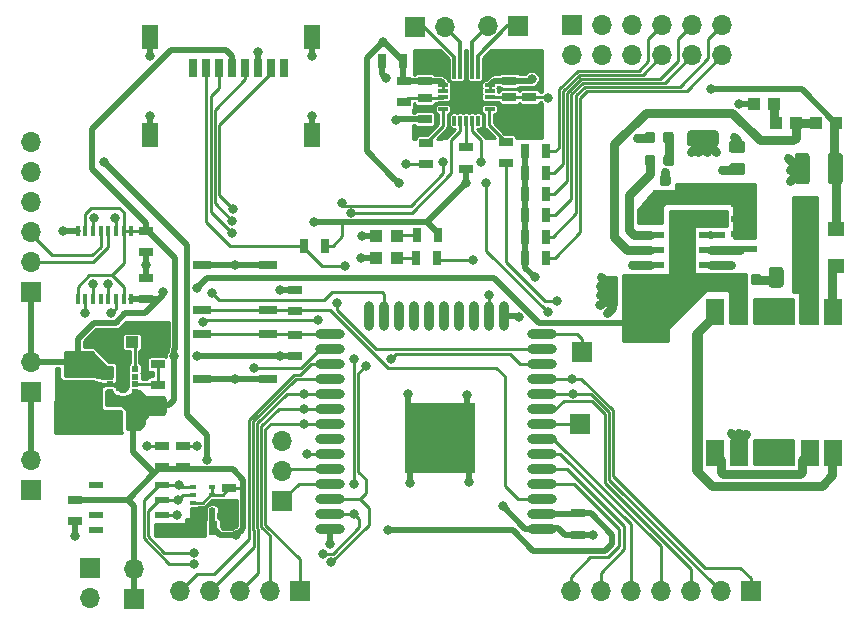
<source format=gbr>
G04 #@! TF.GenerationSoftware,KiCad,Pcbnew,(5.0.1-3-g963ef8bb5)*
G04 #@! TF.CreationDate,2019-05-10T17:55:58-07:00*
G04 #@! TF.ProjectId,ME203_Project,4D453230335F50726F6A6563742E6B69,rev?*
G04 #@! TF.SameCoordinates,Original*
G04 #@! TF.FileFunction,Copper,L1,Top,Signal*
G04 #@! TF.FilePolarity,Positive*
%FSLAX46Y46*%
G04 Gerber Fmt 4.6, Leading zero omitted, Abs format (unit mm)*
G04 Created by KiCad (PCBNEW (5.0.1-3-g963ef8bb5)) date Friday, May 10, 2019 at 05:55:58 PM*
%MOMM*%
%LPD*%
G01*
G04 APERTURE LIST*
G04 #@! TA.AperFunction,ComponentPad*
%ADD10O,1.700000X1.700000*%
G04 #@! TD*
G04 #@! TA.AperFunction,ComponentPad*
%ADD11R,1.700000X1.700000*%
G04 #@! TD*
G04 #@! TA.AperFunction,SMDPad,CuDef*
%ADD12R,1.198880X0.797560*%
G04 #@! TD*
G04 #@! TA.AperFunction,SMDPad,CuDef*
%ADD13R,1.798320X1.597660*%
G04 #@! TD*
G04 #@! TA.AperFunction,SMDPad,CuDef*
%ADD14R,6.000000X6.000000*%
G04 #@! TD*
G04 #@! TA.AperFunction,SMDPad,CuDef*
%ADD15O,2.500000X0.900000*%
G04 #@! TD*
G04 #@! TA.AperFunction,SMDPad,CuDef*
%ADD16O,0.900000X2.500000*%
G04 #@! TD*
G04 #@! TA.AperFunction,SMDPad,CuDef*
%ADD17R,0.797560X1.198880*%
G04 #@! TD*
G04 #@! TA.AperFunction,SMDPad,CuDef*
%ADD18R,0.812800X0.304800*%
G04 #@! TD*
G04 #@! TA.AperFunction,SMDPad,CuDef*
%ADD19R,0.304800X0.812800*%
G04 #@! TD*
G04 #@! TA.AperFunction,SMDPad,CuDef*
%ADD20R,2.159000X2.159000*%
G04 #@! TD*
G04 #@! TA.AperFunction,SMDPad,CuDef*
%ADD21R,1.450000X2.000000*%
G04 #@! TD*
G04 #@! TA.AperFunction,SMDPad,CuDef*
%ADD22R,0.800000X1.500000*%
G04 #@! TD*
G04 #@! TA.AperFunction,SMDPad,CuDef*
%ADD23R,0.500000X0.350000*%
G04 #@! TD*
G04 #@! TA.AperFunction,SMDPad,CuDef*
%ADD24R,1.524000X0.762000*%
G04 #@! TD*
G04 #@! TA.AperFunction,SMDPad,CuDef*
%ADD25R,0.998220X0.998220*%
G04 #@! TD*
G04 #@! TA.AperFunction,SMDPad,CuDef*
%ADD26R,1.099820X0.998220*%
G04 #@! TD*
G04 #@! TA.AperFunction,SMDPad,CuDef*
%ADD27R,0.610000X0.500000*%
G04 #@! TD*
G04 #@! TA.AperFunction,SMDPad,CuDef*
%ADD28R,1.100000X1.900000*%
G04 #@! TD*
G04 #@! TA.AperFunction,ComponentPad*
%ADD29C,0.320000*%
G04 #@! TD*
G04 #@! TA.AperFunction,SMDPad,CuDef*
%ADD30R,1.198880X0.599440*%
G04 #@! TD*
G04 #@! TA.AperFunction,SMDPad,CuDef*
%ADD31R,1.397000X1.193800*%
G04 #@! TD*
G04 #@! TA.AperFunction,SMDPad,CuDef*
%ADD32R,2.199640X0.599440*%
G04 #@! TD*
G04 #@! TA.AperFunction,SMDPad,CuDef*
%ADD33R,1.498600X2.247900*%
G04 #@! TD*
G04 #@! TA.AperFunction,SMDPad,CuDef*
%ADD34R,0.347980X0.899160*%
G04 #@! TD*
G04 #@! TA.AperFunction,Conductor*
%ADD35C,0.100000*%
G04 #@! TD*
G04 #@! TA.AperFunction,SMDPad,CuDef*
%ADD36C,0.875000*%
G04 #@! TD*
G04 #@! TA.AperFunction,SMDPad,CuDef*
%ADD37C,1.250000*%
G04 #@! TD*
G04 #@! TA.AperFunction,SMDPad,CuDef*
%ADD38C,0.975000*%
G04 #@! TD*
G04 #@! TA.AperFunction,SMDPad,CuDef*
%ADD39C,1.350000*%
G04 #@! TD*
G04 #@! TA.AperFunction,ViaPad*
%ADD40C,0.800000*%
G04 #@! TD*
G04 #@! TA.AperFunction,ViaPad*
%ADD41C,0.685800*%
G04 #@! TD*
G04 #@! TA.AperFunction,Conductor*
%ADD42C,0.800000*%
G04 #@! TD*
G04 #@! TA.AperFunction,Conductor*
%ADD43C,0.500000*%
G04 #@! TD*
G04 #@! TA.AperFunction,Conductor*
%ADD44C,0.250000*%
G04 #@! TD*
G04 #@! TA.AperFunction,Conductor*
%ADD45C,0.300000*%
G04 #@! TD*
G04 #@! TA.AperFunction,Conductor*
%ADD46C,0.254000*%
G04 #@! TD*
G04 APERTURE END LIST*
D10*
G04 #@! TO.P,J11,2*
G04 #@! TO.N,+3V3*
X86400000Y-83560000D03*
D11*
G04 #@! TO.P,J11,1*
X86400000Y-86100000D03*
G04 #@! TD*
G04 #@! TO.P,J13,1*
G04 #@! TO.N,GND*
X82700000Y-83500000D03*
D10*
G04 #@! TO.P,J13,2*
X82700000Y-86040000D03*
G04 #@! TD*
G04 #@! TO.P,J14,3*
G04 #@! TO.N,GND*
X99000000Y-72700000D03*
G04 #@! TO.P,J14,2*
G04 #@! TO.N,/ESP32/RXD0*
X99000000Y-75240000D03*
D11*
G04 #@! TO.P,J14,1*
G04 #@! TO.N,/ESP32/TXD0*
X99000000Y-77780000D03*
G04 #@! TD*
G04 #@! TO.P,J12,1*
G04 #@! TO.N,/ESP32/A11-T5-D12*
X124400000Y-65200000D03*
G04 #@! TD*
G04 #@! TO.P,J10,1*
G04 #@! TO.N,/ESP32/A7-T9-D32*
X124200000Y-71300000D03*
G04 #@! TD*
D12*
G04 #@! TO.P,R23,2*
G04 #@! TO.N,GND*
X88429599Y-64432216D03*
G04 #@! TO.P,R23,1*
G04 #@! TO.N,Net-(R22-Pad2)*
X88429599Y-66230536D03*
G04 #@! TD*
G04 #@! TO.P,R22,1*
G04 #@! TO.N,+3V3*
X88429599Y-69730536D03*
G04 #@! TO.P,R22,2*
G04 #@! TO.N,Net-(R22-Pad2)*
X88429599Y-67932216D03*
G04 #@! TD*
D13*
G04 #@! TO.P,C7,1*
G04 #@! TO.N,+12V*
X81679599Y-66181837D03*
G04 #@! TO.P,C7,2*
G04 #@! TO.N,GND*
X81679599Y-68980917D03*
G04 #@! TD*
D12*
G04 #@! TO.P,C19,1*
G04 #@! TO.N,+3.3VA*
X111050000Y-43650840D03*
G04 #@! TO.P,C19,2*
G04 #@! TO.N,AGND*
X111050000Y-45449160D03*
G04 #@! TD*
D14*
G04 #@! TO.P,U4,39*
G04 #@! TO.N,GND*
X112300000Y-72450000D03*
D15*
G04 #@! TO.P,U4,1*
X121000000Y-80150000D03*
G04 #@! TO.P,U4,2*
G04 #@! TO.N,+3V3*
X121000000Y-78880000D03*
G04 #@! TO.P,U4,3*
G04 #@! TO.N,Net-(R24-Pad2)*
X121000000Y-77610000D03*
G04 #@! TO.P,U4,4*
G04 #@! TO.N,/ESP32/A4-D36*
X121000000Y-76340000D03*
G04 #@! TO.P,U4,5*
G04 #@! TO.N,/ESP32/A3-D39*
X121000000Y-75070000D03*
G04 #@! TO.P,U4,6*
G04 #@! TO.N,/ESP32/A2-D34*
X121000000Y-73800000D03*
G04 #@! TO.P,U4,7*
G04 #@! TO.N,/ESP32/A13-D35*
X121000000Y-72530000D03*
G04 #@! TO.P,U4,8*
G04 #@! TO.N,/ESP32/A7-T9-D32*
X121000000Y-71260000D03*
G04 #@! TO.P,U4,9*
G04 #@! TO.N,/ESP32/A9-T8-D33*
X121000000Y-69990000D03*
G04 #@! TO.P,U4,10*
G04 #@! TO.N,/DAC1*
X121000000Y-68720000D03*
G04 #@! TO.P,U4,11*
G04 #@! TO.N,/DAC2*
X121000000Y-67450000D03*
G04 #@! TO.P,U4,12*
G04 #@! TO.N,/ESP32/SD-Select*
X121000000Y-66180000D03*
G04 #@! TO.P,U4,13*
G04 #@! TO.N,/ESP32/A6-T6-D14*
X121000000Y-64910000D03*
G04 #@! TO.P,U4,14*
G04 #@! TO.N,/ESP32/A11-T5-D12*
X121000000Y-63640000D03*
D16*
G04 #@! TO.P,U4,15*
G04 #@! TO.N,GND*
X117715000Y-62150000D03*
G04 #@! TO.P,U4,16*
G04 #@! TO.N,/ESP32/A12-D13*
X116445000Y-62150000D03*
G04 #@! TO.P,U4,17*
G04 #@! TO.N,Net-(U4-Pad17)*
X115175000Y-62150000D03*
G04 #@! TO.P,U4,18*
G04 #@! TO.N,Net-(U4-Pad18)*
X113905000Y-62150000D03*
G04 #@! TO.P,U4,19*
G04 #@! TO.N,Net-(U4-Pad19)*
X112635000Y-62150000D03*
G04 #@! TO.P,U4,20*
G04 #@! TO.N,Net-(U4-Pad20)*
X111365000Y-62150000D03*
G04 #@! TO.P,U4,21*
G04 #@! TO.N,Net-(U4-Pad21)*
X110095000Y-62150000D03*
G04 #@! TO.P,U4,22*
G04 #@! TO.N,Net-(U4-Pad22)*
X108825000Y-62150000D03*
G04 #@! TO.P,U4,23*
G04 #@! TO.N,/ESP32/A8-D15*
X107555000Y-62150000D03*
G04 #@! TO.P,U4,24*
G04 #@! TO.N,Net-(U4-Pad24)*
X106285000Y-62150000D03*
D15*
G04 #@! TO.P,U4,25*
G04 #@! TO.N,Net-(R25-Pad2)*
X103000000Y-63640000D03*
G04 #@! TO.P,U4,26*
G04 #@! TO.N,/ESP32/A5-T0-D4*
X103000000Y-64910000D03*
G04 #@! TO.P,U4,27*
G04 #@! TO.N,/ESP32/RX*
X103000000Y-66180000D03*
G04 #@! TO.P,U4,28*
G04 #@! TO.N,/ESP32/TX*
X103000000Y-67450000D03*
G04 #@! TO.P,U4,29*
G04 #@! TO.N,/ESP32/SCK-D5*
X103000000Y-68720000D03*
G04 #@! TO.P,U4,30*
G04 #@! TO.N,/ESP32/MOSI-D18*
X103000000Y-69990000D03*
G04 #@! TO.P,U4,31*
G04 #@! TO.N,/ESP32/MISO-D19*
X103000000Y-71260000D03*
G04 #@! TO.P,U4,32*
G04 #@! TO.N,Net-(U4-Pad32)*
X103000000Y-72530000D03*
G04 #@! TO.P,U4,33*
G04 #@! TO.N,/Nixie_Interface/CLK*
X103000000Y-73800000D03*
G04 #@! TO.P,U4,34*
G04 #@! TO.N,/ESP32/RXD0*
X103000000Y-75070000D03*
G04 #@! TO.P,U4,35*
G04 #@! TO.N,/ESP32/TXD0*
X103000000Y-76340000D03*
G04 #@! TO.P,U4,36*
G04 #@! TO.N,/MCU_Audio/SCL*
X103000000Y-77610000D03*
G04 #@! TO.P,U4,37*
G04 #@! TO.N,/MCU_Audio/SDA*
X103000000Y-78880000D03*
G04 #@! TO.P,U4,38*
G04 #@! TO.N,GND*
X103000000Y-80150000D03*
G04 #@! TD*
D12*
G04 #@! TO.P,C17,1*
G04 #@! TO.N,Net-(C17-Pad1)*
X117891602Y-47416177D03*
G04 #@! TO.P,C17,2*
G04 #@! TO.N,/DAC2*
X117891602Y-49214497D03*
G04 #@! TD*
G04 #@! TO.P,C12,2*
G04 #@! TO.N,GND*
X94500000Y-78499160D03*
G04 #@! TO.P,C12,1*
G04 #@! TO.N,+3V3*
X94500000Y-76700840D03*
G04 #@! TD*
G04 #@! TO.P,C13,1*
G04 #@! TO.N,+3V3*
X111048320Y-42250840D03*
G04 #@! TO.P,C13,2*
G04 #@! TO.N,GND*
X111048320Y-40452520D03*
G04 #@! TD*
G04 #@! TO.P,C14,2*
G04 #@! TO.N,AGND*
X118200000Y-43600840D03*
G04 #@! TO.P,C14,1*
G04 #@! TO.N,GND*
X118200000Y-45399160D03*
G04 #@! TD*
G04 #@! TO.P,C15,1*
G04 #@! TO.N,+3V3*
X118200000Y-42199160D03*
G04 #@! TO.P,C15,2*
G04 #@! TO.N,GND*
X118200000Y-40400840D03*
G04 #@! TD*
G04 #@! TO.P,C18,2*
G04 #@! TO.N,/DAC1*
X111150000Y-49249160D03*
G04 #@! TO.P,C18,1*
G04 #@! TO.N,Net-(C18-Pad1)*
X111150000Y-47450840D03*
G04 #@! TD*
G04 #@! TO.P,R21,1*
G04 #@! TO.N,+3V3*
X114550000Y-49649160D03*
G04 #@! TO.P,R21,2*
G04 #@! TO.N,Net-(R21-Pad2)*
X114550000Y-47850840D03*
G04 #@! TD*
D17*
G04 #@! TO.P,R20,2*
G04 #@! TO.N,/ESP32/SD-Select*
X100800840Y-56175000D03*
G04 #@! TO.P,R20,1*
G04 #@! TO.N,+3V3*
X102599160Y-56175000D03*
G04 #@! TD*
D12*
G04 #@! TO.P,FB1,1*
G04 #@! TO.N,+3.3VA*
X109250000Y-44049160D03*
G04 #@! TO.P,FB1,2*
G04 #@! TO.N,+3V3*
X109250000Y-42250840D03*
G04 #@! TD*
G04 #@! TO.P,FB2,2*
G04 #@! TO.N,AGND*
X119900000Y-43600840D03*
G04 #@! TO.P,FB2,1*
G04 #@! TO.N,GND*
X119900000Y-45399160D03*
G04 #@! TD*
D17*
G04 #@! TO.P,C16,1*
G04 #@! TO.N,+3V3*
X109199160Y-40550000D03*
G04 #@! TO.P,C16,2*
G04 #@! TO.N,GND*
X107400840Y-40550000D03*
G04 #@! TD*
D18*
G04 #@! TO.P,U6,1*
G04 #@! TO.N,Net-(C17-Pad1)*
X116531200Y-44590600D03*
G04 #@! TO.P,U6,2*
G04 #@! TO.N,GND*
X116531200Y-44108000D03*
G04 #@! TO.P,U6,3*
G04 #@! TO.N,AGND*
X116531200Y-43600000D03*
G04 #@! TO.P,U6,4*
G04 #@! TO.N,+3V3*
X116531200Y-43092000D03*
G04 #@! TO.P,U6,5*
X116531200Y-42609400D03*
D19*
G04 #@! TO.P,U6,6*
G04 #@! TO.N,Net-(J8-Pad1)*
X115540600Y-41618800D03*
G04 #@! TO.P,U6,7*
G04 #@! TO.N,Net-(J8-Pad2)*
X115058000Y-41618800D03*
G04 #@! TO.P,U6,8*
G04 #@! TO.N,GND*
X114550000Y-41618800D03*
G04 #@! TO.P,U6,9*
G04 #@! TO.N,Net-(J9-Pad2)*
X114042000Y-41618800D03*
G04 #@! TO.P,U6,10*
G04 #@! TO.N,Net-(J9-Pad1)*
X113559400Y-41618800D03*
D18*
G04 #@! TO.P,U6,11*
G04 #@! TO.N,+3V3*
X112568800Y-42609400D03*
G04 #@! TO.P,U6,12*
X112568800Y-43092000D03*
G04 #@! TO.P,U6,13*
G04 #@! TO.N,+3.3VA*
X112568800Y-43600000D03*
G04 #@! TO.P,U6,14*
G04 #@! TO.N,GND*
X112568800Y-44108000D03*
G04 #@! TO.P,U6,15*
G04 #@! TO.N,Net-(C18-Pad1)*
X112568800Y-44590600D03*
D19*
G04 #@! TO.P,U6,16*
G04 #@! TO.N,Net-(U6-Pad16)*
X113559400Y-45581200D03*
G04 #@! TO.P,U6,17*
G04 #@! TO.N,/MCU_Audio/SCL*
X114042000Y-45581200D03*
G04 #@! TO.P,U6,18*
G04 #@! TO.N,Net-(R21-Pad2)*
X114550000Y-45581200D03*
G04 #@! TO.P,U6,19*
G04 #@! TO.N,/MCU_Audio/SDA*
X115058000Y-45581200D03*
G04 #@! TO.P,U6,20*
G04 #@! TO.N,Net-(U6-Pad20)*
X115540600Y-45581200D03*
D20*
G04 #@! TO.P,U6,21*
G04 #@! TO.N,GND*
X114550000Y-43600000D03*
G04 #@! TD*
D10*
G04 #@! TO.P,J8,2*
G04 #@! TO.N,Net-(J8-Pad2)*
X116360000Y-37600000D03*
D11*
G04 #@! TO.P,J8,1*
G04 #@! TO.N,Net-(J8-Pad1)*
X118900000Y-37600000D03*
G04 #@! TD*
G04 #@! TO.P,J9,1*
G04 #@! TO.N,Net-(J9-Pad1)*
X110200000Y-37650000D03*
D10*
G04 #@! TO.P,J9,2*
G04 #@! TO.N,Net-(J9-Pad2)*
X112740000Y-37650000D03*
G04 #@! TD*
D11*
G04 #@! TO.P,J1,1*
G04 #@! TO.N,Net-(J1-Pad1)*
X123550000Y-37500000D03*
D10*
G04 #@! TO.P,J1,2*
G04 #@! TO.N,Net-(J1-Pad2)*
X123550000Y-40040000D03*
G04 #@! TO.P,J1,3*
G04 #@! TO.N,Net-(J1-Pad3)*
X126090000Y-37500000D03*
G04 #@! TO.P,J1,4*
G04 #@! TO.N,Net-(J1-Pad4)*
X126090000Y-40040000D03*
G04 #@! TO.P,J1,5*
G04 #@! TO.N,Net-(J1-Pad5)*
X128630000Y-37500000D03*
G04 #@! TO.P,J1,6*
G04 #@! TO.N,Net-(J1-Pad6)*
X128630000Y-40040000D03*
G04 #@! TO.P,J1,7*
G04 #@! TO.N,Net-(J1-Pad7)*
X131170000Y-37500000D03*
G04 #@! TO.P,J1,8*
G04 #@! TO.N,Net-(J1-Pad8)*
X131170000Y-40040000D03*
G04 #@! TO.P,J1,9*
G04 #@! TO.N,Net-(J1-Pad9)*
X133710000Y-37500000D03*
G04 #@! TO.P,J1,10*
G04 #@! TO.N,Net-(J1-Pad10)*
X133710000Y-40040000D03*
G04 #@! TO.P,J1,11*
G04 #@! TO.N,Net-(J1-Pad11)*
X136250000Y-37500000D03*
G04 #@! TO.P,J1,12*
G04 #@! TO.N,Net-(J1-Pad12)*
X136250000Y-40040000D03*
G04 #@! TD*
D21*
G04 #@! TO.P,J7,9*
G04 #@! TO.N,GND*
X101525000Y-38500000D03*
X87775000Y-38500000D03*
X87775000Y-46800000D03*
X101525000Y-46800000D03*
D22*
G04 #@! TO.P,J7,8*
G04 #@! TO.N,Net-(J7-Pad8)*
X99150000Y-41100000D03*
G04 #@! TO.P,J7,7*
G04 #@! TO.N,/ESP32/MISO-D19*
X98050000Y-41100000D03*
G04 #@! TO.P,J7,6*
G04 #@! TO.N,GND*
X96950000Y-41100000D03*
G04 #@! TO.P,J7,5*
G04 #@! TO.N,/ESP32/SCK-D5*
X95850000Y-41100000D03*
G04 #@! TO.P,J7,4*
G04 #@! TO.N,+3V3*
X94750000Y-41100000D03*
G04 #@! TO.P,J7,3*
G04 #@! TO.N,/ESP32/MOSI-D18*
X93650000Y-41100000D03*
G04 #@! TO.P,J7,2*
G04 #@! TO.N,/ESP32/SD-Select*
X92550000Y-41100000D03*
G04 #@! TO.P,J7,1*
G04 #@! TO.N,Net-(J7-Pad1)*
X91450000Y-41100000D03*
G04 #@! TD*
D12*
G04 #@! TO.P,C5,2*
G04 #@! TO.N,GND*
X87429599Y-58932216D03*
G04 #@! TO.P,C5,1*
G04 #@! TO.N,+12V*
X87429599Y-60730536D03*
G04 #@! TD*
G04 #@! TO.P,C4,1*
G04 #@! TO.N,GND*
X87429599Y-56730536D03*
G04 #@! TO.P,C4,2*
G04 #@! TO.N,+3V3*
X87429599Y-54932216D03*
G04 #@! TD*
G04 #@! TO.P,C6,1*
G04 #@! TO.N,+3V3*
X81450000Y-77681840D03*
G04 #@! TO.P,C6,2*
G04 #@! TO.N,GND*
X81450000Y-79480160D03*
G04 #@! TD*
G04 #@! TO.P,C10,1*
G04 #@! TO.N,+3V3*
X124000000Y-78850840D03*
G04 #@! TO.P,C10,2*
G04 #@! TO.N,GND*
X124000000Y-80649160D03*
G04 #@! TD*
D17*
G04 #@! TO.P,C11,2*
G04 #@! TO.N,GND*
X91350840Y-80100000D03*
G04 #@! TO.P,C11,1*
G04 #@! TO.N,+3V3*
X93149160Y-80100000D03*
G04 #@! TD*
D12*
G04 #@! TO.P,R25,2*
G04 #@! TO.N,Net-(R25-Pad2)*
X100100000Y-63700840D03*
G04 #@! TO.P,R25,1*
G04 #@! TO.N,+3V3*
X100100000Y-65499160D03*
G04 #@! TD*
G04 #@! TO.P,R24,1*
G04 #@! TO.N,+3V3*
X100100000Y-59900840D03*
G04 #@! TO.P,R24,2*
G04 #@! TO.N,Net-(R24-Pad2)*
X100100000Y-61699160D03*
G04 #@! TD*
G04 #@! TO.P,R19,1*
G04 #@! TO.N,+3V3*
X90550000Y-74899160D03*
G04 #@! TO.P,R19,2*
G04 #@! TO.N,/MCU_Audio/SCL*
X90550000Y-73100840D03*
G04 #@! TD*
G04 #@! TO.P,R18,2*
G04 #@! TO.N,/MCU_Audio/SDA*
X88800000Y-73100840D03*
G04 #@! TO.P,R18,1*
G04 #@! TO.N,+3V3*
X88800000Y-74899160D03*
G04 #@! TD*
D17*
G04 #@! TO.P,R17,1*
G04 #@! TO.N,/ESP32/A12-D13*
X112126099Y-57186099D03*
G04 #@! TO.P,R17,2*
G04 #@! TO.N,Net-(D3-PadA)*
X110327779Y-57186099D03*
G04 #@! TD*
G04 #@! TO.P,R16,2*
G04 #@! TO.N,Net-(D2-PadA)*
X110350840Y-55300000D03*
G04 #@! TO.P,R16,1*
G04 #@! TO.N,+3V3*
X112149160Y-55300000D03*
G04 #@! TD*
G04 #@! TO.P,R15,1*
G04 #@! TO.N,Net-(J1-Pad12)*
X121349160Y-57200000D03*
G04 #@! TO.P,R15,2*
G04 #@! TO.N,/Nixie_PSU/180V*
X119550840Y-57200000D03*
G04 #@! TD*
G04 #@! TO.P,R14,2*
G04 #@! TO.N,/Nixie_PSU/180V*
X119550840Y-55400000D03*
G04 #@! TO.P,R14,1*
G04 #@! TO.N,Net-(J1-Pad11)*
X121349160Y-55400000D03*
G04 #@! TD*
G04 #@! TO.P,R13,1*
G04 #@! TO.N,Net-(J1-Pad10)*
X121349160Y-53600000D03*
G04 #@! TO.P,R13,2*
G04 #@! TO.N,/Nixie_PSU/180V*
X119550840Y-53600000D03*
G04 #@! TD*
G04 #@! TO.P,R12,2*
G04 #@! TO.N,/Nixie_PSU/180V*
X119550840Y-51800000D03*
G04 #@! TO.P,R12,1*
G04 #@! TO.N,Net-(J1-Pad9)*
X121349160Y-51800000D03*
G04 #@! TD*
G04 #@! TO.P,R11,1*
G04 #@! TO.N,Net-(J1-Pad8)*
X121349160Y-50000000D03*
G04 #@! TO.P,R11,2*
G04 #@! TO.N,/Nixie_PSU/180V*
X119550840Y-50000000D03*
G04 #@! TD*
G04 #@! TO.P,R10,2*
G04 #@! TO.N,/Nixie_PSU/180V*
X119550840Y-48200000D03*
G04 #@! TO.P,R10,1*
G04 #@! TO.N,Net-(J1-Pad7)*
X121349160Y-48200000D03*
G04 #@! TD*
D23*
G04 #@! TO.P,U5,1*
G04 #@! TO.N,GND*
X91450000Y-78575000D03*
G04 #@! TO.P,U5,5*
G04 #@! TO.N,+3V3*
X93050000Y-76625000D03*
G04 #@! TO.P,U5,6*
X93050000Y-77275000D03*
G04 #@! TO.P,U5,7*
G04 #@! TO.N,GND*
X93050000Y-77925000D03*
G04 #@! TO.P,U5,4*
G04 #@! TO.N,/MCU_Audio/SCL*
X91450000Y-76625000D03*
G04 #@! TO.P,U5,3*
G04 #@! TO.N,/MCU_Audio/SDA*
X91450000Y-77275000D03*
G04 #@! TO.P,U5,2*
G04 #@! TO.N,+3V3*
X91450000Y-77925000D03*
G04 #@! TO.P,U5,8*
X93050000Y-78575000D03*
G04 #@! TD*
D24*
G04 #@! TO.P,SW2,1*
G04 #@! TO.N,Net-(R25-Pad2)*
X92206000Y-63695000D03*
X97794000Y-63695000D03*
G04 #@! TO.P,SW2,2*
G04 #@! TO.N,GND*
X92206000Y-67505000D03*
X97794000Y-67505000D03*
G04 #@! TD*
G04 #@! TO.P,SW1,2*
G04 #@! TO.N,Net-(R24-Pad2)*
X97794000Y-61605000D03*
X92206000Y-61605000D03*
G04 #@! TO.P,SW1,1*
G04 #@! TO.N,GND*
X97794000Y-57795000D03*
X92206000Y-57795000D03*
G04 #@! TD*
D25*
G04 #@! TO.P,D3,C*
G04 #@! TO.N,GND*
X106923700Y-57200000D03*
G04 #@! TO.P,D3,A*
G04 #@! TO.N,Net-(D3-PadA)*
X108676300Y-57200000D03*
G04 #@! TD*
G04 #@! TO.P,D2,A*
G04 #@! TO.N,Net-(D2-PadA)*
X108676300Y-55350000D03*
G04 #@! TO.P,D2,C*
G04 #@! TO.N,GND*
X106923700Y-55350000D03*
G04 #@! TD*
D11*
G04 #@! TO.P,J6,1*
G04 #@! TO.N,/DAC2*
X138630000Y-85450000D03*
D10*
G04 #@! TO.P,J6,2*
G04 #@! TO.N,/DAC1*
X136090000Y-85450000D03*
G04 #@! TO.P,J6,3*
G04 #@! TO.N,/ESP32/A9-T8-D33*
X133550000Y-85450000D03*
G04 #@! TO.P,J6,4*
G04 #@! TO.N,/ESP32/A13-D35*
X131010000Y-85450000D03*
G04 #@! TO.P,J6,5*
G04 #@! TO.N,/ESP32/A2-D34*
X128470000Y-85450000D03*
G04 #@! TO.P,J6,6*
G04 #@! TO.N,/ESP32/A3-D39*
X125930000Y-85450000D03*
G04 #@! TO.P,J6,7*
G04 #@! TO.N,/ESP32/A4-D36*
X123390000Y-85450000D03*
G04 #@! TD*
D11*
G04 #@! TO.P,J2,1*
G04 #@! TO.N,/ESP32/MISO-D19*
X100450000Y-85450000D03*
D10*
G04 #@! TO.P,J2,2*
G04 #@! TO.N,/ESP32/MOSI-D18*
X97910000Y-85450000D03*
G04 #@! TO.P,J2,3*
G04 #@! TO.N,/ESP32/SCK-D5*
X95370000Y-85450000D03*
G04 #@! TO.P,J2,4*
G04 #@! TO.N,/ESP32/TX*
X92830000Y-85450000D03*
G04 #@! TO.P,J2,5*
G04 #@! TO.N,/ESP32/RX*
X90290000Y-85450000D03*
G04 #@! TD*
D26*
G04 #@! TO.P,C8,2*
G04 #@! TO.N,GND*
X84581240Y-64331376D03*
G04 #@! TO.P,C8,1*
G04 #@! TO.N,Net-(C8-Pad1)*
X86277960Y-64331376D03*
G04 #@! TD*
G04 #@! TO.P,R1,2*
G04 #@! TO.N,/Nixie_PSU/FB*
X144151640Y-45750000D03*
G04 #@! TO.P,R1,1*
G04 #@! TO.N,/Nixie_PSU/180V*
X145848360Y-45750000D03*
G04 #@! TD*
G04 #@! TO.P,R2,1*
G04 #@! TO.N,/Nixie_PSU/FB*
X142448360Y-45750000D03*
G04 #@! TO.P,R2,2*
G04 #@! TO.N,Net-(R2-Pad2)*
X140751640Y-45750000D03*
G04 #@! TD*
G04 #@! TO.P,R3,2*
G04 #@! TO.N,GND*
X138951640Y-44200000D03*
G04 #@! TO.P,R3,1*
G04 #@! TO.N,Net-(R2-Pad2)*
X140648360Y-44200000D03*
G04 #@! TD*
D17*
G04 #@! TO.P,C9,1*
G04 #@! TO.N,+3V3*
X86328760Y-71081376D03*
G04 #@! TO.P,C9,2*
G04 #@! TO.N,GND*
X84530440Y-71081376D03*
G04 #@! TD*
D27*
G04 #@! TO.P,U3,1*
G04 #@! TO.N,+12V*
X84379599Y-66606377D03*
G04 #@! TO.P,U3,5*
G04 #@! TO.N,+3V3*
X86479599Y-68556377D03*
G04 #@! TO.P,U3,2*
G04 #@! TO.N,+12V*
X84379598Y-67256377D03*
G04 #@! TO.P,U3,3*
G04 #@! TO.N,GND*
X84379599Y-67906377D03*
G04 #@! TO.P,U3,4*
G04 #@! TO.N,+3V3*
X84379599Y-68556377D03*
G04 #@! TO.P,U3,6*
G04 #@! TO.N,Net-(R22-Pad2)*
X86479600Y-67906377D03*
G04 #@! TO.P,U3,7*
G04 #@! TO.N,Net-(U3-Pad7)*
X86479599Y-67256377D03*
G04 #@! TO.P,U3,8*
G04 #@! TO.N,Net-(C8-Pad1)*
X86479599Y-66606377D03*
D28*
G04 #@! TO.P,U3,EP*
G04 #@! TO.N,GND*
X85429599Y-67581377D03*
D29*
G04 #@! TO.P,U3,V3*
X85429599Y-68331377D03*
G04 #@! TO.P,U3,V2*
X85429599Y-67581377D03*
G04 #@! TO.P,U3,V1*
X85429599Y-66831377D03*
G04 #@! TD*
D30*
G04 #@! TO.P,RTC1,1*
G04 #@! TO.N,Net-(RTC1-Pad1)*
X83222920Y-76422000D03*
G04 #@! TO.P,RTC1,2*
G04 #@! TO.N,+3V3*
X83222920Y-77692000D03*
G04 #@! TO.P,RTC1,3*
G04 #@! TO.N,Net-(RTC1-Pad3)*
X83222920Y-78962000D03*
G04 #@! TO.P,RTC1,4*
G04 #@! TO.N,Net-(RTC1-Pad4)*
X83222920Y-80232000D03*
G04 #@! TO.P,RTC1,5*
G04 #@! TO.N,GND*
X88821080Y-80232000D03*
G04 #@! TO.P,RTC1,6*
G04 #@! TO.N,+*
X88821080Y-78962000D03*
G04 #@! TO.P,RTC1,7*
G04 #@! TO.N,/MCU_Audio/SDA*
X88821080Y-77692000D03*
G04 #@! TO.P,RTC1,8*
G04 #@! TO.N,/MCU_Audio/SCL*
X88821080Y-76422000D03*
G04 #@! TD*
D31*
G04 #@! TO.P,D1,A*
G04 #@! TO.N,Net-(D1-PadA)*
X145900000Y-57899400D03*
G04 #@! TO.P,D1,C*
G04 #@! TO.N,/Nixie_PSU/180V*
X145900000Y-54800600D03*
G04 #@! TD*
D32*
G04 #@! TO.P,Q1,1*
G04 #@! TO.N,Net-(C2-Pad1)*
X138101580Y-52645000D03*
G04 #@! TO.P,Q1,2*
X138101580Y-53915000D03*
G04 #@! TO.P,Q1,3*
X138101580Y-55185000D03*
G04 #@! TO.P,Q1,4*
G04 #@! TO.N,Net-(Q1-Pad4)*
X138101580Y-56455000D03*
G04 #@! TO.P,Q1,5*
G04 #@! TO.N,Net-(Q1-Pad5)*
X143298420Y-56455000D03*
G04 #@! TO.P,Q1,6*
X143298420Y-55185000D03*
G04 #@! TO.P,Q1,7*
X143298420Y-53915000D03*
G04 #@! TO.P,Q1,8*
X143298420Y-52645000D03*
G04 #@! TD*
G04 #@! TO.P,U1,1*
G04 #@! TO.N,Net-(C2-Pad1)*
X130201580Y-54045000D03*
G04 #@! TO.P,U1,2*
G04 #@! TO.N,Net-(CC1-Pad1)*
X130201580Y-55315000D03*
G04 #@! TO.P,U1,3*
G04 #@! TO.N,/Nixie_PSU/FB*
X130201580Y-56585000D03*
G04 #@! TO.P,U1,4*
G04 #@! TO.N,GND*
X130201580Y-57855000D03*
G04 #@! TO.P,U1,5*
X135398420Y-57855000D03*
G04 #@! TO.P,U1,6*
G04 #@! TO.N,Net-(Q1-Pad4)*
X135398420Y-56585000D03*
G04 #@! TO.P,U1,7*
G04 #@! TO.N,Net-(RF1-Pad2)*
X135398420Y-55315000D03*
G04 #@! TO.P,U1,8*
G04 #@! TO.N,+12V*
X135398420Y-54045000D03*
G04 #@! TD*
D33*
G04 #@! TO.P,T1,1*
G04 #@! TO.N,Net-(D1-PadA)*
X145646940Y-61775920D03*
G04 #@! TO.P,T1,2*
G04 #@! TO.N,Net-(Q1-Pad5)*
X143647960Y-61775920D03*
G04 #@! TO.P,T1,3*
G04 #@! TO.N,Net-(T1-Pad3)*
X141646440Y-61775920D03*
G04 #@! TO.P,T1,4*
X139650000Y-61775920D03*
G04 #@! TO.P,T1,5*
G04 #@! TO.N,+12V*
X137648480Y-61775920D03*
G04 #@! TO.P,T1,6*
G04 #@! TO.N,Net-(T1-Pad12)*
X135649500Y-61775920D03*
G04 #@! TO.P,T1,7*
G04 #@! TO.N,Net-(T1-Pad11)*
X135649500Y-73724080D03*
G04 #@! TO.P,T1,8*
G04 #@! TO.N,GND*
X137648480Y-73724080D03*
G04 #@! TO.P,T1,9*
G04 #@! TO.N,Net-(T1-Pad10)*
X139650000Y-73724080D03*
G04 #@! TO.P,T1,10*
X141646440Y-73724080D03*
G04 #@! TO.P,T1,11*
G04 #@! TO.N,Net-(T1-Pad11)*
X143647960Y-73724080D03*
G04 #@! TO.P,T1,12*
G04 #@! TO.N,Net-(T1-Pad12)*
X145646940Y-73724080D03*
G04 #@! TD*
D34*
G04 #@! TO.P,U2,16*
G04 #@! TO.N,+12V*
X86202900Y-60704116D03*
G04 #@! TO.P,U2,15*
G04 #@! TO.N,+3V3*
X85552660Y-60704116D03*
G04 #@! TO.P,U2,14*
G04 #@! TO.N,/ESP32/A6-T6-D14*
X84902421Y-60704116D03*
G04 #@! TO.P,U2,13*
G04 #@! TO.N,/Nixie_Interface/HDIN*
X84252180Y-60704116D03*
G04 #@! TO.P,U2,12*
G04 #@! TO.N,N/C*
X83607020Y-60704116D03*
G04 #@! TO.P,U2,11*
G04 #@! TO.N,/Nixie_Interface/~HLE*
X82956780Y-60704117D03*
G04 #@! TO.P,U2,10*
G04 #@! TO.N,/ESP32/A8-D15*
X82306540Y-60704116D03*
G04 #@! TO.P,U2,9*
G04 #@! TO.N,+3V3*
X81656300Y-60704116D03*
G04 #@! TO.P,U2,8*
G04 #@! TO.N,GND*
X81656300Y-54958636D03*
G04 #@! TO.P,U2,7*
G04 #@! TO.N,+3V3*
X82306540Y-54958636D03*
G04 #@! TO.P,U2,6*
G04 #@! TO.N,/ESP32/A5-T0-D4*
X82956779Y-54958636D03*
G04 #@! TO.P,U2,5*
G04 #@! TO.N,/Nixie_Interface/~HBL*
X83607020Y-54958636D03*
G04 #@! TO.P,U2,4*
G04 #@! TO.N,/Nixie_Interface/HCLK*
X84252180Y-54958636D03*
G04 #@! TO.P,U2,3*
G04 #@! TO.N,/Nixie_Interface/CLK*
X84902420Y-54958635D03*
G04 #@! TO.P,U2,2*
G04 #@! TO.N,+3V3*
X85552660Y-54958636D03*
G04 #@! TO.P,U2,1*
X86202900Y-54958636D03*
G04 #@! TD*
D10*
G04 #@! TO.P,J5,2*
G04 #@! TO.N,Net-(J4-Pad1)*
X77679599Y-74291376D03*
D11*
G04 #@! TO.P,J5,1*
G04 #@! TO.N,GND*
X77679599Y-76831376D03*
G04 #@! TD*
D10*
G04 #@! TO.P,J4,2*
G04 #@! TO.N,+12V*
X77679599Y-66041376D03*
D11*
G04 #@! TO.P,J4,1*
G04 #@! TO.N,Net-(J4-Pad1)*
X77679599Y-68581376D03*
G04 #@! TD*
D10*
G04 #@! TO.P,J3,6*
G04 #@! TO.N,GND*
X77679599Y-47381376D03*
G04 #@! TO.P,J3,5*
G04 #@! TO.N,/Nixie_Interface/HDIN*
X77679599Y-49921376D03*
G04 #@! TO.P,J3,4*
G04 #@! TO.N,/Nixie_Interface/~HLE*
X77679599Y-52461376D03*
G04 #@! TO.P,J3,3*
G04 #@! TO.N,/Nixie_Interface/~HBL*
X77679599Y-55001376D03*
G04 #@! TO.P,J3,2*
G04 #@! TO.N,/Nixie_Interface/HCLK*
X77679599Y-57541376D03*
D11*
G04 #@! TO.P,J3,1*
G04 #@! TO.N,+12V*
X77679599Y-60081376D03*
G04 #@! TD*
D35*
G04 #@! TO.N,Net-(CS1-Pad2)*
G04 #@! TO.C,CS1*
G36*
X139340191Y-58576053D02*
X139361426Y-58579203D01*
X139382250Y-58584419D01*
X139402462Y-58591651D01*
X139421868Y-58600830D01*
X139440281Y-58611866D01*
X139457524Y-58624654D01*
X139473430Y-58639070D01*
X139487846Y-58654976D01*
X139500634Y-58672219D01*
X139511670Y-58690632D01*
X139520849Y-58710038D01*
X139528081Y-58730250D01*
X139533297Y-58751074D01*
X139536447Y-58772309D01*
X139537500Y-58793750D01*
X139537500Y-59306250D01*
X139536447Y-59327691D01*
X139533297Y-59348926D01*
X139528081Y-59369750D01*
X139520849Y-59389962D01*
X139511670Y-59409368D01*
X139500634Y-59427781D01*
X139487846Y-59445024D01*
X139473430Y-59460930D01*
X139457524Y-59475346D01*
X139440281Y-59488134D01*
X139421868Y-59499170D01*
X139402462Y-59508349D01*
X139382250Y-59515581D01*
X139361426Y-59520797D01*
X139340191Y-59523947D01*
X139318750Y-59525000D01*
X138881250Y-59525000D01*
X138859809Y-59523947D01*
X138838574Y-59520797D01*
X138817750Y-59515581D01*
X138797538Y-59508349D01*
X138778132Y-59499170D01*
X138759719Y-59488134D01*
X138742476Y-59475346D01*
X138726570Y-59460930D01*
X138712154Y-59445024D01*
X138699366Y-59427781D01*
X138688330Y-59409368D01*
X138679151Y-59389962D01*
X138671919Y-59369750D01*
X138666703Y-59348926D01*
X138663553Y-59327691D01*
X138662500Y-59306250D01*
X138662500Y-58793750D01*
X138663553Y-58772309D01*
X138666703Y-58751074D01*
X138671919Y-58730250D01*
X138679151Y-58710038D01*
X138688330Y-58690632D01*
X138699366Y-58672219D01*
X138712154Y-58654976D01*
X138726570Y-58639070D01*
X138742476Y-58624654D01*
X138759719Y-58611866D01*
X138778132Y-58600830D01*
X138797538Y-58591651D01*
X138817750Y-58584419D01*
X138838574Y-58579203D01*
X138859809Y-58576053D01*
X138881250Y-58575000D01*
X139318750Y-58575000D01*
X139340191Y-58576053D01*
X139340191Y-58576053D01*
G37*
D36*
G04 #@! TD*
G04 #@! TO.P,CS1,2*
G04 #@! TO.N,Net-(CS1-Pad2)*
X139100000Y-59050000D03*
D35*
G04 #@! TO.N,+12V*
G04 #@! TO.C,CS1*
G36*
X137765191Y-58576053D02*
X137786426Y-58579203D01*
X137807250Y-58584419D01*
X137827462Y-58591651D01*
X137846868Y-58600830D01*
X137865281Y-58611866D01*
X137882524Y-58624654D01*
X137898430Y-58639070D01*
X137912846Y-58654976D01*
X137925634Y-58672219D01*
X137936670Y-58690632D01*
X137945849Y-58710038D01*
X137953081Y-58730250D01*
X137958297Y-58751074D01*
X137961447Y-58772309D01*
X137962500Y-58793750D01*
X137962500Y-59306250D01*
X137961447Y-59327691D01*
X137958297Y-59348926D01*
X137953081Y-59369750D01*
X137945849Y-59389962D01*
X137936670Y-59409368D01*
X137925634Y-59427781D01*
X137912846Y-59445024D01*
X137898430Y-59460930D01*
X137882524Y-59475346D01*
X137865281Y-59488134D01*
X137846868Y-59499170D01*
X137827462Y-59508349D01*
X137807250Y-59515581D01*
X137786426Y-59520797D01*
X137765191Y-59523947D01*
X137743750Y-59525000D01*
X137306250Y-59525000D01*
X137284809Y-59523947D01*
X137263574Y-59520797D01*
X137242750Y-59515581D01*
X137222538Y-59508349D01*
X137203132Y-59499170D01*
X137184719Y-59488134D01*
X137167476Y-59475346D01*
X137151570Y-59460930D01*
X137137154Y-59445024D01*
X137124366Y-59427781D01*
X137113330Y-59409368D01*
X137104151Y-59389962D01*
X137096919Y-59369750D01*
X137091703Y-59348926D01*
X137088553Y-59327691D01*
X137087500Y-59306250D01*
X137087500Y-58793750D01*
X137088553Y-58772309D01*
X137091703Y-58751074D01*
X137096919Y-58730250D01*
X137104151Y-58710038D01*
X137113330Y-58690632D01*
X137124366Y-58672219D01*
X137137154Y-58654976D01*
X137151570Y-58639070D01*
X137167476Y-58624654D01*
X137184719Y-58611866D01*
X137203132Y-58600830D01*
X137222538Y-58591651D01*
X137242750Y-58584419D01*
X137263574Y-58579203D01*
X137284809Y-58576053D01*
X137306250Y-58575000D01*
X137743750Y-58575000D01*
X137765191Y-58576053D01*
X137765191Y-58576053D01*
G37*
D36*
G04 #@! TD*
G04 #@! TO.P,CS1,1*
G04 #@! TO.N,+12V*
X137525000Y-59050000D03*
D35*
G04 #@! TO.N,Net-(CC1-Pad2)*
G04 #@! TO.C,CC1*
G36*
X131927691Y-48476053D02*
X131948926Y-48479203D01*
X131969750Y-48484419D01*
X131989962Y-48491651D01*
X132009368Y-48500830D01*
X132027781Y-48511866D01*
X132045024Y-48524654D01*
X132060930Y-48539070D01*
X132075346Y-48554976D01*
X132088134Y-48572219D01*
X132099170Y-48590632D01*
X132108349Y-48610038D01*
X132115581Y-48630250D01*
X132120797Y-48651074D01*
X132123947Y-48672309D01*
X132125000Y-48693750D01*
X132125000Y-49206250D01*
X132123947Y-49227691D01*
X132120797Y-49248926D01*
X132115581Y-49269750D01*
X132108349Y-49289962D01*
X132099170Y-49309368D01*
X132088134Y-49327781D01*
X132075346Y-49345024D01*
X132060930Y-49360930D01*
X132045024Y-49375346D01*
X132027781Y-49388134D01*
X132009368Y-49399170D01*
X131989962Y-49408349D01*
X131969750Y-49415581D01*
X131948926Y-49420797D01*
X131927691Y-49423947D01*
X131906250Y-49425000D01*
X131468750Y-49425000D01*
X131447309Y-49423947D01*
X131426074Y-49420797D01*
X131405250Y-49415581D01*
X131385038Y-49408349D01*
X131365632Y-49399170D01*
X131347219Y-49388134D01*
X131329976Y-49375346D01*
X131314070Y-49360930D01*
X131299654Y-49345024D01*
X131286866Y-49327781D01*
X131275830Y-49309368D01*
X131266651Y-49289962D01*
X131259419Y-49269750D01*
X131254203Y-49248926D01*
X131251053Y-49227691D01*
X131250000Y-49206250D01*
X131250000Y-48693750D01*
X131251053Y-48672309D01*
X131254203Y-48651074D01*
X131259419Y-48630250D01*
X131266651Y-48610038D01*
X131275830Y-48590632D01*
X131286866Y-48572219D01*
X131299654Y-48554976D01*
X131314070Y-48539070D01*
X131329976Y-48524654D01*
X131347219Y-48511866D01*
X131365632Y-48500830D01*
X131385038Y-48491651D01*
X131405250Y-48484419D01*
X131426074Y-48479203D01*
X131447309Y-48476053D01*
X131468750Y-48475000D01*
X131906250Y-48475000D01*
X131927691Y-48476053D01*
X131927691Y-48476053D01*
G37*
D36*
G04 #@! TD*
G04 #@! TO.P,CC1,2*
G04 #@! TO.N,Net-(CC1-Pad2)*
X131687500Y-48950000D03*
D35*
G04 #@! TO.N,Net-(CC1-Pad1)*
G04 #@! TO.C,CC1*
G36*
X130352691Y-48476053D02*
X130373926Y-48479203D01*
X130394750Y-48484419D01*
X130414962Y-48491651D01*
X130434368Y-48500830D01*
X130452781Y-48511866D01*
X130470024Y-48524654D01*
X130485930Y-48539070D01*
X130500346Y-48554976D01*
X130513134Y-48572219D01*
X130524170Y-48590632D01*
X130533349Y-48610038D01*
X130540581Y-48630250D01*
X130545797Y-48651074D01*
X130548947Y-48672309D01*
X130550000Y-48693750D01*
X130550000Y-49206250D01*
X130548947Y-49227691D01*
X130545797Y-49248926D01*
X130540581Y-49269750D01*
X130533349Y-49289962D01*
X130524170Y-49309368D01*
X130513134Y-49327781D01*
X130500346Y-49345024D01*
X130485930Y-49360930D01*
X130470024Y-49375346D01*
X130452781Y-49388134D01*
X130434368Y-49399170D01*
X130414962Y-49408349D01*
X130394750Y-49415581D01*
X130373926Y-49420797D01*
X130352691Y-49423947D01*
X130331250Y-49425000D01*
X129893750Y-49425000D01*
X129872309Y-49423947D01*
X129851074Y-49420797D01*
X129830250Y-49415581D01*
X129810038Y-49408349D01*
X129790632Y-49399170D01*
X129772219Y-49388134D01*
X129754976Y-49375346D01*
X129739070Y-49360930D01*
X129724654Y-49345024D01*
X129711866Y-49327781D01*
X129700830Y-49309368D01*
X129691651Y-49289962D01*
X129684419Y-49269750D01*
X129679203Y-49248926D01*
X129676053Y-49227691D01*
X129675000Y-49206250D01*
X129675000Y-48693750D01*
X129676053Y-48672309D01*
X129679203Y-48651074D01*
X129684419Y-48630250D01*
X129691651Y-48610038D01*
X129700830Y-48590632D01*
X129711866Y-48572219D01*
X129724654Y-48554976D01*
X129739070Y-48539070D01*
X129754976Y-48524654D01*
X129772219Y-48511866D01*
X129790632Y-48500830D01*
X129810038Y-48491651D01*
X129830250Y-48484419D01*
X129851074Y-48479203D01*
X129872309Y-48476053D01*
X129893750Y-48475000D01*
X130331250Y-48475000D01*
X130352691Y-48476053D01*
X130352691Y-48476053D01*
G37*
D36*
G04 #@! TD*
G04 #@! TO.P,CC1,1*
G04 #@! TO.N,Net-(CC1-Pad1)*
X130112500Y-48950000D03*
D35*
G04 #@! TO.N,GND*
G04 #@! TO.C,C2*
G36*
X131677691Y-50226053D02*
X131698926Y-50229203D01*
X131719750Y-50234419D01*
X131739962Y-50241651D01*
X131759368Y-50250830D01*
X131777781Y-50261866D01*
X131795024Y-50274654D01*
X131810930Y-50289070D01*
X131825346Y-50304976D01*
X131838134Y-50322219D01*
X131849170Y-50340632D01*
X131858349Y-50360038D01*
X131865581Y-50380250D01*
X131870797Y-50401074D01*
X131873947Y-50422309D01*
X131875000Y-50443750D01*
X131875000Y-50881250D01*
X131873947Y-50902691D01*
X131870797Y-50923926D01*
X131865581Y-50944750D01*
X131858349Y-50964962D01*
X131849170Y-50984368D01*
X131838134Y-51002781D01*
X131825346Y-51020024D01*
X131810930Y-51035930D01*
X131795024Y-51050346D01*
X131777781Y-51063134D01*
X131759368Y-51074170D01*
X131739962Y-51083349D01*
X131719750Y-51090581D01*
X131698926Y-51095797D01*
X131677691Y-51098947D01*
X131656250Y-51100000D01*
X131143750Y-51100000D01*
X131122309Y-51098947D01*
X131101074Y-51095797D01*
X131080250Y-51090581D01*
X131060038Y-51083349D01*
X131040632Y-51074170D01*
X131022219Y-51063134D01*
X131004976Y-51050346D01*
X130989070Y-51035930D01*
X130974654Y-51020024D01*
X130961866Y-51002781D01*
X130950830Y-50984368D01*
X130941651Y-50964962D01*
X130934419Y-50944750D01*
X130929203Y-50923926D01*
X130926053Y-50902691D01*
X130925000Y-50881250D01*
X130925000Y-50443750D01*
X130926053Y-50422309D01*
X130929203Y-50401074D01*
X130934419Y-50380250D01*
X130941651Y-50360038D01*
X130950830Y-50340632D01*
X130961866Y-50322219D01*
X130974654Y-50304976D01*
X130989070Y-50289070D01*
X131004976Y-50274654D01*
X131022219Y-50261866D01*
X131040632Y-50250830D01*
X131060038Y-50241651D01*
X131080250Y-50234419D01*
X131101074Y-50229203D01*
X131122309Y-50226053D01*
X131143750Y-50225000D01*
X131656250Y-50225000D01*
X131677691Y-50226053D01*
X131677691Y-50226053D01*
G37*
D36*
G04 #@! TD*
G04 #@! TO.P,C2,2*
G04 #@! TO.N,GND*
X131400000Y-50662500D03*
D35*
G04 #@! TO.N,Net-(C2-Pad1)*
G04 #@! TO.C,C2*
G36*
X131677691Y-51801053D02*
X131698926Y-51804203D01*
X131719750Y-51809419D01*
X131739962Y-51816651D01*
X131759368Y-51825830D01*
X131777781Y-51836866D01*
X131795024Y-51849654D01*
X131810930Y-51864070D01*
X131825346Y-51879976D01*
X131838134Y-51897219D01*
X131849170Y-51915632D01*
X131858349Y-51935038D01*
X131865581Y-51955250D01*
X131870797Y-51976074D01*
X131873947Y-51997309D01*
X131875000Y-52018750D01*
X131875000Y-52456250D01*
X131873947Y-52477691D01*
X131870797Y-52498926D01*
X131865581Y-52519750D01*
X131858349Y-52539962D01*
X131849170Y-52559368D01*
X131838134Y-52577781D01*
X131825346Y-52595024D01*
X131810930Y-52610930D01*
X131795024Y-52625346D01*
X131777781Y-52638134D01*
X131759368Y-52649170D01*
X131739962Y-52658349D01*
X131719750Y-52665581D01*
X131698926Y-52670797D01*
X131677691Y-52673947D01*
X131656250Y-52675000D01*
X131143750Y-52675000D01*
X131122309Y-52673947D01*
X131101074Y-52670797D01*
X131080250Y-52665581D01*
X131060038Y-52658349D01*
X131040632Y-52649170D01*
X131022219Y-52638134D01*
X131004976Y-52625346D01*
X130989070Y-52610930D01*
X130974654Y-52595024D01*
X130961866Y-52577781D01*
X130950830Y-52559368D01*
X130941651Y-52539962D01*
X130934419Y-52519750D01*
X130929203Y-52498926D01*
X130926053Y-52477691D01*
X130925000Y-52456250D01*
X130925000Y-52018750D01*
X130926053Y-51997309D01*
X130929203Y-51976074D01*
X130934419Y-51955250D01*
X130941651Y-51935038D01*
X130950830Y-51915632D01*
X130961866Y-51897219D01*
X130974654Y-51879976D01*
X130989070Y-51864070D01*
X131004976Y-51849654D01*
X131022219Y-51836866D01*
X131040632Y-51825830D01*
X131060038Y-51816651D01*
X131080250Y-51809419D01*
X131101074Y-51804203D01*
X131122309Y-51801053D01*
X131143750Y-51800000D01*
X131656250Y-51800000D01*
X131677691Y-51801053D01*
X131677691Y-51801053D01*
G37*
D36*
G04 #@! TD*
G04 #@! TO.P,C2,1*
G04 #@! TO.N,Net-(C2-Pad1)*
X131400000Y-52237500D03*
D35*
G04 #@! TO.N,GND*
G04 #@! TO.C,C3*
G36*
X143399504Y-48326204D02*
X143423773Y-48329804D01*
X143447571Y-48335765D01*
X143470671Y-48344030D01*
X143492849Y-48354520D01*
X143513893Y-48367133D01*
X143533598Y-48381747D01*
X143551777Y-48398223D01*
X143568253Y-48416402D01*
X143582867Y-48436107D01*
X143595480Y-48457151D01*
X143605970Y-48479329D01*
X143614235Y-48502429D01*
X143620196Y-48526227D01*
X143623796Y-48550496D01*
X143625000Y-48575000D01*
X143625000Y-50725000D01*
X143623796Y-50749504D01*
X143620196Y-50773773D01*
X143614235Y-50797571D01*
X143605970Y-50820671D01*
X143595480Y-50842849D01*
X143582867Y-50863893D01*
X143568253Y-50883598D01*
X143551777Y-50901777D01*
X143533598Y-50918253D01*
X143513893Y-50932867D01*
X143492849Y-50945480D01*
X143470671Y-50955970D01*
X143447571Y-50964235D01*
X143423773Y-50970196D01*
X143399504Y-50973796D01*
X143375000Y-50975000D01*
X142625000Y-50975000D01*
X142600496Y-50973796D01*
X142576227Y-50970196D01*
X142552429Y-50964235D01*
X142529329Y-50955970D01*
X142507151Y-50945480D01*
X142486107Y-50932867D01*
X142466402Y-50918253D01*
X142448223Y-50901777D01*
X142431747Y-50883598D01*
X142417133Y-50863893D01*
X142404520Y-50842849D01*
X142394030Y-50820671D01*
X142385765Y-50797571D01*
X142379804Y-50773773D01*
X142376204Y-50749504D01*
X142375000Y-50725000D01*
X142375000Y-48575000D01*
X142376204Y-48550496D01*
X142379804Y-48526227D01*
X142385765Y-48502429D01*
X142394030Y-48479329D01*
X142404520Y-48457151D01*
X142417133Y-48436107D01*
X142431747Y-48416402D01*
X142448223Y-48398223D01*
X142466402Y-48381747D01*
X142486107Y-48367133D01*
X142507151Y-48354520D01*
X142529329Y-48344030D01*
X142552429Y-48335765D01*
X142576227Y-48329804D01*
X142600496Y-48326204D01*
X142625000Y-48325000D01*
X143375000Y-48325000D01*
X143399504Y-48326204D01*
X143399504Y-48326204D01*
G37*
D37*
G04 #@! TD*
G04 #@! TO.P,C3,2*
G04 #@! TO.N,GND*
X143000000Y-49650000D03*
D35*
G04 #@! TO.N,/Nixie_PSU/180V*
G04 #@! TO.C,C3*
G36*
X146199504Y-48326204D02*
X146223773Y-48329804D01*
X146247571Y-48335765D01*
X146270671Y-48344030D01*
X146292849Y-48354520D01*
X146313893Y-48367133D01*
X146333598Y-48381747D01*
X146351777Y-48398223D01*
X146368253Y-48416402D01*
X146382867Y-48436107D01*
X146395480Y-48457151D01*
X146405970Y-48479329D01*
X146414235Y-48502429D01*
X146420196Y-48526227D01*
X146423796Y-48550496D01*
X146425000Y-48575000D01*
X146425000Y-50725000D01*
X146423796Y-50749504D01*
X146420196Y-50773773D01*
X146414235Y-50797571D01*
X146405970Y-50820671D01*
X146395480Y-50842849D01*
X146382867Y-50863893D01*
X146368253Y-50883598D01*
X146351777Y-50901777D01*
X146333598Y-50918253D01*
X146313893Y-50932867D01*
X146292849Y-50945480D01*
X146270671Y-50955970D01*
X146247571Y-50964235D01*
X146223773Y-50970196D01*
X146199504Y-50973796D01*
X146175000Y-50975000D01*
X145425000Y-50975000D01*
X145400496Y-50973796D01*
X145376227Y-50970196D01*
X145352429Y-50964235D01*
X145329329Y-50955970D01*
X145307151Y-50945480D01*
X145286107Y-50932867D01*
X145266402Y-50918253D01*
X145248223Y-50901777D01*
X145231747Y-50883598D01*
X145217133Y-50863893D01*
X145204520Y-50842849D01*
X145194030Y-50820671D01*
X145185765Y-50797571D01*
X145179804Y-50773773D01*
X145176204Y-50749504D01*
X145175000Y-50725000D01*
X145175000Y-48575000D01*
X145176204Y-48550496D01*
X145179804Y-48526227D01*
X145185765Y-48502429D01*
X145194030Y-48479329D01*
X145204520Y-48457151D01*
X145217133Y-48436107D01*
X145231747Y-48416402D01*
X145248223Y-48398223D01*
X145266402Y-48381747D01*
X145286107Y-48367133D01*
X145307151Y-48354520D01*
X145329329Y-48344030D01*
X145352429Y-48335765D01*
X145376227Y-48329804D01*
X145400496Y-48326204D01*
X145425000Y-48325000D01*
X146175000Y-48325000D01*
X146199504Y-48326204D01*
X146199504Y-48326204D01*
G37*
D37*
G04 #@! TD*
G04 #@! TO.P,C3,1*
G04 #@! TO.N,/Nixie_PSU/180V*
X145800000Y-49650000D03*
D35*
G04 #@! TO.N,GND*
G04 #@! TO.C,C1*
G36*
X127199504Y-58726204D02*
X127223773Y-58729804D01*
X127247571Y-58735765D01*
X127270671Y-58744030D01*
X127292849Y-58754520D01*
X127313893Y-58767133D01*
X127333598Y-58781747D01*
X127351777Y-58798223D01*
X127368253Y-58816402D01*
X127382867Y-58836107D01*
X127395480Y-58857151D01*
X127405970Y-58879329D01*
X127414235Y-58902429D01*
X127420196Y-58926227D01*
X127423796Y-58950496D01*
X127425000Y-58975000D01*
X127425000Y-61125000D01*
X127423796Y-61149504D01*
X127420196Y-61173773D01*
X127414235Y-61197571D01*
X127405970Y-61220671D01*
X127395480Y-61242849D01*
X127382867Y-61263893D01*
X127368253Y-61283598D01*
X127351777Y-61301777D01*
X127333598Y-61318253D01*
X127313893Y-61332867D01*
X127292849Y-61345480D01*
X127270671Y-61355970D01*
X127247571Y-61364235D01*
X127223773Y-61370196D01*
X127199504Y-61373796D01*
X127175000Y-61375000D01*
X126425000Y-61375000D01*
X126400496Y-61373796D01*
X126376227Y-61370196D01*
X126352429Y-61364235D01*
X126329329Y-61355970D01*
X126307151Y-61345480D01*
X126286107Y-61332867D01*
X126266402Y-61318253D01*
X126248223Y-61301777D01*
X126231747Y-61283598D01*
X126217133Y-61263893D01*
X126204520Y-61242849D01*
X126194030Y-61220671D01*
X126185765Y-61197571D01*
X126179804Y-61173773D01*
X126176204Y-61149504D01*
X126175000Y-61125000D01*
X126175000Y-58975000D01*
X126176204Y-58950496D01*
X126179804Y-58926227D01*
X126185765Y-58902429D01*
X126194030Y-58879329D01*
X126204520Y-58857151D01*
X126217133Y-58836107D01*
X126231747Y-58816402D01*
X126248223Y-58798223D01*
X126266402Y-58781747D01*
X126286107Y-58767133D01*
X126307151Y-58754520D01*
X126329329Y-58744030D01*
X126352429Y-58735765D01*
X126376227Y-58729804D01*
X126400496Y-58726204D01*
X126425000Y-58725000D01*
X127175000Y-58725000D01*
X127199504Y-58726204D01*
X127199504Y-58726204D01*
G37*
D37*
G04 #@! TD*
G04 #@! TO.P,C1,2*
G04 #@! TO.N,GND*
X126800000Y-60050000D03*
D35*
G04 #@! TO.N,+12V*
G04 #@! TO.C,C1*
G36*
X129999504Y-58726204D02*
X130023773Y-58729804D01*
X130047571Y-58735765D01*
X130070671Y-58744030D01*
X130092849Y-58754520D01*
X130113893Y-58767133D01*
X130133598Y-58781747D01*
X130151777Y-58798223D01*
X130168253Y-58816402D01*
X130182867Y-58836107D01*
X130195480Y-58857151D01*
X130205970Y-58879329D01*
X130214235Y-58902429D01*
X130220196Y-58926227D01*
X130223796Y-58950496D01*
X130225000Y-58975000D01*
X130225000Y-61125000D01*
X130223796Y-61149504D01*
X130220196Y-61173773D01*
X130214235Y-61197571D01*
X130205970Y-61220671D01*
X130195480Y-61242849D01*
X130182867Y-61263893D01*
X130168253Y-61283598D01*
X130151777Y-61301777D01*
X130133598Y-61318253D01*
X130113893Y-61332867D01*
X130092849Y-61345480D01*
X130070671Y-61355970D01*
X130047571Y-61364235D01*
X130023773Y-61370196D01*
X129999504Y-61373796D01*
X129975000Y-61375000D01*
X129225000Y-61375000D01*
X129200496Y-61373796D01*
X129176227Y-61370196D01*
X129152429Y-61364235D01*
X129129329Y-61355970D01*
X129107151Y-61345480D01*
X129086107Y-61332867D01*
X129066402Y-61318253D01*
X129048223Y-61301777D01*
X129031747Y-61283598D01*
X129017133Y-61263893D01*
X129004520Y-61242849D01*
X128994030Y-61220671D01*
X128985765Y-61197571D01*
X128979804Y-61173773D01*
X128976204Y-61149504D01*
X128975000Y-61125000D01*
X128975000Y-58975000D01*
X128976204Y-58950496D01*
X128979804Y-58926227D01*
X128985765Y-58902429D01*
X128994030Y-58879329D01*
X129004520Y-58857151D01*
X129017133Y-58836107D01*
X129031747Y-58816402D01*
X129048223Y-58798223D01*
X129066402Y-58781747D01*
X129086107Y-58767133D01*
X129107151Y-58754520D01*
X129129329Y-58744030D01*
X129152429Y-58735765D01*
X129176227Y-58729804D01*
X129200496Y-58726204D01*
X129225000Y-58725000D01*
X129975000Y-58725000D01*
X129999504Y-58726204D01*
X129999504Y-58726204D01*
G37*
D37*
G04 #@! TD*
G04 #@! TO.P,C1,1*
G04 #@! TO.N,+12V*
X129600000Y-60050000D03*
D35*
G04 #@! TO.N,GND*
G04 #@! TO.C,RC1*
G36*
X130342691Y-46536053D02*
X130363926Y-46539203D01*
X130384750Y-46544419D01*
X130404962Y-46551651D01*
X130424368Y-46560830D01*
X130442781Y-46571866D01*
X130460024Y-46584654D01*
X130475930Y-46599070D01*
X130490346Y-46614976D01*
X130503134Y-46632219D01*
X130514170Y-46650632D01*
X130523349Y-46670038D01*
X130530581Y-46690250D01*
X130535797Y-46711074D01*
X130538947Y-46732309D01*
X130540000Y-46753750D01*
X130540000Y-47266250D01*
X130538947Y-47287691D01*
X130535797Y-47308926D01*
X130530581Y-47329750D01*
X130523349Y-47349962D01*
X130514170Y-47369368D01*
X130503134Y-47387781D01*
X130490346Y-47405024D01*
X130475930Y-47420930D01*
X130460024Y-47435346D01*
X130442781Y-47448134D01*
X130424368Y-47459170D01*
X130404962Y-47468349D01*
X130384750Y-47475581D01*
X130363926Y-47480797D01*
X130342691Y-47483947D01*
X130321250Y-47485000D01*
X129883750Y-47485000D01*
X129862309Y-47483947D01*
X129841074Y-47480797D01*
X129820250Y-47475581D01*
X129800038Y-47468349D01*
X129780632Y-47459170D01*
X129762219Y-47448134D01*
X129744976Y-47435346D01*
X129729070Y-47420930D01*
X129714654Y-47405024D01*
X129701866Y-47387781D01*
X129690830Y-47369368D01*
X129681651Y-47349962D01*
X129674419Y-47329750D01*
X129669203Y-47308926D01*
X129666053Y-47287691D01*
X129665000Y-47266250D01*
X129665000Y-46753750D01*
X129666053Y-46732309D01*
X129669203Y-46711074D01*
X129674419Y-46690250D01*
X129681651Y-46670038D01*
X129690830Y-46650632D01*
X129701866Y-46632219D01*
X129714654Y-46614976D01*
X129729070Y-46599070D01*
X129744976Y-46584654D01*
X129762219Y-46571866D01*
X129780632Y-46560830D01*
X129800038Y-46551651D01*
X129820250Y-46544419D01*
X129841074Y-46539203D01*
X129862309Y-46536053D01*
X129883750Y-46535000D01*
X130321250Y-46535000D01*
X130342691Y-46536053D01*
X130342691Y-46536053D01*
G37*
D36*
G04 #@! TD*
G04 #@! TO.P,RC1,2*
G04 #@! TO.N,GND*
X130102500Y-47010000D03*
D35*
G04 #@! TO.N,Net-(CC1-Pad2)*
G04 #@! TO.C,RC1*
G36*
X131917691Y-46536053D02*
X131938926Y-46539203D01*
X131959750Y-46544419D01*
X131979962Y-46551651D01*
X131999368Y-46560830D01*
X132017781Y-46571866D01*
X132035024Y-46584654D01*
X132050930Y-46599070D01*
X132065346Y-46614976D01*
X132078134Y-46632219D01*
X132089170Y-46650632D01*
X132098349Y-46670038D01*
X132105581Y-46690250D01*
X132110797Y-46711074D01*
X132113947Y-46732309D01*
X132115000Y-46753750D01*
X132115000Y-47266250D01*
X132113947Y-47287691D01*
X132110797Y-47308926D01*
X132105581Y-47329750D01*
X132098349Y-47349962D01*
X132089170Y-47369368D01*
X132078134Y-47387781D01*
X132065346Y-47405024D01*
X132050930Y-47420930D01*
X132035024Y-47435346D01*
X132017781Y-47448134D01*
X131999368Y-47459170D01*
X131979962Y-47468349D01*
X131959750Y-47475581D01*
X131938926Y-47480797D01*
X131917691Y-47483947D01*
X131896250Y-47485000D01*
X131458750Y-47485000D01*
X131437309Y-47483947D01*
X131416074Y-47480797D01*
X131395250Y-47475581D01*
X131375038Y-47468349D01*
X131355632Y-47459170D01*
X131337219Y-47448134D01*
X131319976Y-47435346D01*
X131304070Y-47420930D01*
X131289654Y-47405024D01*
X131276866Y-47387781D01*
X131265830Y-47369368D01*
X131256651Y-47349962D01*
X131249419Y-47329750D01*
X131244203Y-47308926D01*
X131241053Y-47287691D01*
X131240000Y-47266250D01*
X131240000Y-46753750D01*
X131241053Y-46732309D01*
X131244203Y-46711074D01*
X131249419Y-46690250D01*
X131256651Y-46670038D01*
X131265830Y-46650632D01*
X131276866Y-46632219D01*
X131289654Y-46614976D01*
X131304070Y-46599070D01*
X131319976Y-46584654D01*
X131337219Y-46571866D01*
X131355632Y-46560830D01*
X131375038Y-46551651D01*
X131395250Y-46544419D01*
X131416074Y-46539203D01*
X131437309Y-46536053D01*
X131458750Y-46535000D01*
X131896250Y-46535000D01*
X131917691Y-46536053D01*
X131917691Y-46536053D01*
G37*
D36*
G04 #@! TD*
G04 #@! TO.P,RC1,1*
G04 #@! TO.N,Net-(CC1-Pad2)*
X131677500Y-47010000D03*
D35*
G04 #@! TO.N,Net-(RF1-Pad2)*
G04 #@! TO.C,RF1*
G36*
X137980142Y-49201174D02*
X138003803Y-49204684D01*
X138027007Y-49210496D01*
X138049529Y-49218554D01*
X138071153Y-49228782D01*
X138091670Y-49241079D01*
X138110883Y-49255329D01*
X138128607Y-49271393D01*
X138144671Y-49289117D01*
X138158921Y-49308330D01*
X138171218Y-49328847D01*
X138181446Y-49350471D01*
X138189504Y-49372993D01*
X138195316Y-49396197D01*
X138198826Y-49419858D01*
X138200000Y-49443750D01*
X138200000Y-49931250D01*
X138198826Y-49955142D01*
X138195316Y-49978803D01*
X138189504Y-50002007D01*
X138181446Y-50024529D01*
X138171218Y-50046153D01*
X138158921Y-50066670D01*
X138144671Y-50085883D01*
X138128607Y-50103607D01*
X138110883Y-50119671D01*
X138091670Y-50133921D01*
X138071153Y-50146218D01*
X138049529Y-50156446D01*
X138027007Y-50164504D01*
X138003803Y-50170316D01*
X137980142Y-50173826D01*
X137956250Y-50175000D01*
X137043750Y-50175000D01*
X137019858Y-50173826D01*
X136996197Y-50170316D01*
X136972993Y-50164504D01*
X136950471Y-50156446D01*
X136928847Y-50146218D01*
X136908330Y-50133921D01*
X136889117Y-50119671D01*
X136871393Y-50103607D01*
X136855329Y-50085883D01*
X136841079Y-50066670D01*
X136828782Y-50046153D01*
X136818554Y-50024529D01*
X136810496Y-50002007D01*
X136804684Y-49978803D01*
X136801174Y-49955142D01*
X136800000Y-49931250D01*
X136800000Y-49443750D01*
X136801174Y-49419858D01*
X136804684Y-49396197D01*
X136810496Y-49372993D01*
X136818554Y-49350471D01*
X136828782Y-49328847D01*
X136841079Y-49308330D01*
X136855329Y-49289117D01*
X136871393Y-49271393D01*
X136889117Y-49255329D01*
X136908330Y-49241079D01*
X136928847Y-49228782D01*
X136950471Y-49218554D01*
X136972993Y-49210496D01*
X136996197Y-49204684D01*
X137019858Y-49201174D01*
X137043750Y-49200000D01*
X137956250Y-49200000D01*
X137980142Y-49201174D01*
X137980142Y-49201174D01*
G37*
D38*
G04 #@! TD*
G04 #@! TO.P,RF1,2*
G04 #@! TO.N,Net-(RF1-Pad2)*
X137500000Y-49687500D03*
D35*
G04 #@! TO.N,GND*
G04 #@! TO.C,RF1*
G36*
X137980142Y-47326174D02*
X138003803Y-47329684D01*
X138027007Y-47335496D01*
X138049529Y-47343554D01*
X138071153Y-47353782D01*
X138091670Y-47366079D01*
X138110883Y-47380329D01*
X138128607Y-47396393D01*
X138144671Y-47414117D01*
X138158921Y-47433330D01*
X138171218Y-47453847D01*
X138181446Y-47475471D01*
X138189504Y-47497993D01*
X138195316Y-47521197D01*
X138198826Y-47544858D01*
X138200000Y-47568750D01*
X138200000Y-48056250D01*
X138198826Y-48080142D01*
X138195316Y-48103803D01*
X138189504Y-48127007D01*
X138181446Y-48149529D01*
X138171218Y-48171153D01*
X138158921Y-48191670D01*
X138144671Y-48210883D01*
X138128607Y-48228607D01*
X138110883Y-48244671D01*
X138091670Y-48258921D01*
X138071153Y-48271218D01*
X138049529Y-48281446D01*
X138027007Y-48289504D01*
X138003803Y-48295316D01*
X137980142Y-48298826D01*
X137956250Y-48300000D01*
X137043750Y-48300000D01*
X137019858Y-48298826D01*
X136996197Y-48295316D01*
X136972993Y-48289504D01*
X136950471Y-48281446D01*
X136928847Y-48271218D01*
X136908330Y-48258921D01*
X136889117Y-48244671D01*
X136871393Y-48228607D01*
X136855329Y-48210883D01*
X136841079Y-48191670D01*
X136828782Y-48171153D01*
X136818554Y-48149529D01*
X136810496Y-48127007D01*
X136804684Y-48103803D01*
X136801174Y-48080142D01*
X136800000Y-48056250D01*
X136800000Y-47568750D01*
X136801174Y-47544858D01*
X136804684Y-47521197D01*
X136810496Y-47497993D01*
X136818554Y-47475471D01*
X136828782Y-47453847D01*
X136841079Y-47433330D01*
X136855329Y-47414117D01*
X136871393Y-47396393D01*
X136889117Y-47380329D01*
X136908330Y-47366079D01*
X136928847Y-47353782D01*
X136950471Y-47343554D01*
X136972993Y-47335496D01*
X136996197Y-47329684D01*
X137019858Y-47326174D01*
X137043750Y-47325000D01*
X137956250Y-47325000D01*
X137980142Y-47326174D01*
X137980142Y-47326174D01*
G37*
D38*
G04 #@! TD*
G04 #@! TO.P,RF1,1*
G04 #@! TO.N,GND*
X137500000Y-47812500D03*
D35*
G04 #@! TO.N,Net-(Q1-Pad5)*
G04 #@! TO.C,RS1*
G36*
X143999504Y-57976204D02*
X144023773Y-57979804D01*
X144047571Y-57985765D01*
X144070671Y-57994030D01*
X144092849Y-58004520D01*
X144113893Y-58017133D01*
X144133598Y-58031747D01*
X144151777Y-58048223D01*
X144168253Y-58066402D01*
X144182867Y-58086107D01*
X144195480Y-58107151D01*
X144205970Y-58129329D01*
X144214235Y-58152429D01*
X144220196Y-58176227D01*
X144223796Y-58200496D01*
X144225000Y-58225000D01*
X144225000Y-59475000D01*
X144223796Y-59499504D01*
X144220196Y-59523773D01*
X144214235Y-59547571D01*
X144205970Y-59570671D01*
X144195480Y-59592849D01*
X144182867Y-59613893D01*
X144168253Y-59633598D01*
X144151777Y-59651777D01*
X144133598Y-59668253D01*
X144113893Y-59682867D01*
X144092849Y-59695480D01*
X144070671Y-59705970D01*
X144047571Y-59714235D01*
X144023773Y-59720196D01*
X143999504Y-59723796D01*
X143975000Y-59725000D01*
X143225000Y-59725000D01*
X143200496Y-59723796D01*
X143176227Y-59720196D01*
X143152429Y-59714235D01*
X143129329Y-59705970D01*
X143107151Y-59695480D01*
X143086107Y-59682867D01*
X143066402Y-59668253D01*
X143048223Y-59651777D01*
X143031747Y-59633598D01*
X143017133Y-59613893D01*
X143004520Y-59592849D01*
X142994030Y-59570671D01*
X142985765Y-59547571D01*
X142979804Y-59523773D01*
X142976204Y-59499504D01*
X142975000Y-59475000D01*
X142975000Y-58225000D01*
X142976204Y-58200496D01*
X142979804Y-58176227D01*
X142985765Y-58152429D01*
X142994030Y-58129329D01*
X143004520Y-58107151D01*
X143017133Y-58086107D01*
X143031747Y-58066402D01*
X143048223Y-58048223D01*
X143066402Y-58031747D01*
X143086107Y-58017133D01*
X143107151Y-58004520D01*
X143129329Y-57994030D01*
X143152429Y-57985765D01*
X143176227Y-57979804D01*
X143200496Y-57976204D01*
X143225000Y-57975000D01*
X143975000Y-57975000D01*
X143999504Y-57976204D01*
X143999504Y-57976204D01*
G37*
D37*
G04 #@! TD*
G04 #@! TO.P,RS1,2*
G04 #@! TO.N,Net-(Q1-Pad5)*
X143600000Y-58850000D03*
D35*
G04 #@! TO.N,Net-(CS1-Pad2)*
G04 #@! TO.C,RS1*
G36*
X141199504Y-57976204D02*
X141223773Y-57979804D01*
X141247571Y-57985765D01*
X141270671Y-57994030D01*
X141292849Y-58004520D01*
X141313893Y-58017133D01*
X141333598Y-58031747D01*
X141351777Y-58048223D01*
X141368253Y-58066402D01*
X141382867Y-58086107D01*
X141395480Y-58107151D01*
X141405970Y-58129329D01*
X141414235Y-58152429D01*
X141420196Y-58176227D01*
X141423796Y-58200496D01*
X141425000Y-58225000D01*
X141425000Y-59475000D01*
X141423796Y-59499504D01*
X141420196Y-59523773D01*
X141414235Y-59547571D01*
X141405970Y-59570671D01*
X141395480Y-59592849D01*
X141382867Y-59613893D01*
X141368253Y-59633598D01*
X141351777Y-59651777D01*
X141333598Y-59668253D01*
X141313893Y-59682867D01*
X141292849Y-59695480D01*
X141270671Y-59705970D01*
X141247571Y-59714235D01*
X141223773Y-59720196D01*
X141199504Y-59723796D01*
X141175000Y-59725000D01*
X140425000Y-59725000D01*
X140400496Y-59723796D01*
X140376227Y-59720196D01*
X140352429Y-59714235D01*
X140329329Y-59705970D01*
X140307151Y-59695480D01*
X140286107Y-59682867D01*
X140266402Y-59668253D01*
X140248223Y-59651777D01*
X140231747Y-59633598D01*
X140217133Y-59613893D01*
X140204520Y-59592849D01*
X140194030Y-59570671D01*
X140185765Y-59547571D01*
X140179804Y-59523773D01*
X140176204Y-59499504D01*
X140175000Y-59475000D01*
X140175000Y-58225000D01*
X140176204Y-58200496D01*
X140179804Y-58176227D01*
X140185765Y-58152429D01*
X140194030Y-58129329D01*
X140204520Y-58107151D01*
X140217133Y-58086107D01*
X140231747Y-58066402D01*
X140248223Y-58048223D01*
X140266402Y-58031747D01*
X140286107Y-58017133D01*
X140307151Y-58004520D01*
X140329329Y-57994030D01*
X140352429Y-57985765D01*
X140376227Y-57979804D01*
X140400496Y-57976204D01*
X140425000Y-57975000D01*
X141175000Y-57975000D01*
X141199504Y-57976204D01*
X141199504Y-57976204D01*
G37*
D37*
G04 #@! TD*
G04 #@! TO.P,RS1,1*
G04 #@! TO.N,Net-(CS1-Pad2)*
X140800000Y-58850000D03*
D35*
G04 #@! TO.N,GND*
G04 #@! TO.C,Rsen1*
G36*
X135699505Y-46426204D02*
X135723773Y-46429804D01*
X135747572Y-46435765D01*
X135770671Y-46444030D01*
X135792850Y-46454520D01*
X135813893Y-46467132D01*
X135833599Y-46481747D01*
X135851777Y-46498223D01*
X135868253Y-46516401D01*
X135882868Y-46536107D01*
X135895480Y-46557150D01*
X135905970Y-46579329D01*
X135914235Y-46602428D01*
X135920196Y-46626227D01*
X135923796Y-46650495D01*
X135925000Y-46674999D01*
X135925000Y-47525001D01*
X135923796Y-47549505D01*
X135920196Y-47573773D01*
X135914235Y-47597572D01*
X135905970Y-47620671D01*
X135895480Y-47642850D01*
X135882868Y-47663893D01*
X135868253Y-47683599D01*
X135851777Y-47701777D01*
X135833599Y-47718253D01*
X135813893Y-47732868D01*
X135792850Y-47745480D01*
X135770671Y-47755970D01*
X135747572Y-47764235D01*
X135723773Y-47770196D01*
X135699505Y-47773796D01*
X135675001Y-47775000D01*
X133524999Y-47775000D01*
X133500495Y-47773796D01*
X133476227Y-47770196D01*
X133452428Y-47764235D01*
X133429329Y-47755970D01*
X133407150Y-47745480D01*
X133386107Y-47732868D01*
X133366401Y-47718253D01*
X133348223Y-47701777D01*
X133331747Y-47683599D01*
X133317132Y-47663893D01*
X133304520Y-47642850D01*
X133294030Y-47620671D01*
X133285765Y-47597572D01*
X133279804Y-47573773D01*
X133276204Y-47549505D01*
X133275000Y-47525001D01*
X133275000Y-46674999D01*
X133276204Y-46650495D01*
X133279804Y-46626227D01*
X133285765Y-46602428D01*
X133294030Y-46579329D01*
X133304520Y-46557150D01*
X133317132Y-46536107D01*
X133331747Y-46516401D01*
X133348223Y-46498223D01*
X133366401Y-46481747D01*
X133386107Y-46467132D01*
X133407150Y-46454520D01*
X133429329Y-46444030D01*
X133452428Y-46435765D01*
X133476227Y-46429804D01*
X133500495Y-46426204D01*
X133524999Y-46425000D01*
X135675001Y-46425000D01*
X135699505Y-46426204D01*
X135699505Y-46426204D01*
G37*
D39*
G04 #@! TD*
G04 #@! TO.P,Rsen1,2*
G04 #@! TO.N,GND*
X134600000Y-47100000D03*
D35*
G04 #@! TO.N,Net-(C2-Pad1)*
G04 #@! TO.C,Rsen1*
G36*
X135699505Y-50926204D02*
X135723773Y-50929804D01*
X135747572Y-50935765D01*
X135770671Y-50944030D01*
X135792850Y-50954520D01*
X135813893Y-50967132D01*
X135833599Y-50981747D01*
X135851777Y-50998223D01*
X135868253Y-51016401D01*
X135882868Y-51036107D01*
X135895480Y-51057150D01*
X135905970Y-51079329D01*
X135914235Y-51102428D01*
X135920196Y-51126227D01*
X135923796Y-51150495D01*
X135925000Y-51174999D01*
X135925000Y-52025001D01*
X135923796Y-52049505D01*
X135920196Y-52073773D01*
X135914235Y-52097572D01*
X135905970Y-52120671D01*
X135895480Y-52142850D01*
X135882868Y-52163893D01*
X135868253Y-52183599D01*
X135851777Y-52201777D01*
X135833599Y-52218253D01*
X135813893Y-52232868D01*
X135792850Y-52245480D01*
X135770671Y-52255970D01*
X135747572Y-52264235D01*
X135723773Y-52270196D01*
X135699505Y-52273796D01*
X135675001Y-52275000D01*
X133524999Y-52275000D01*
X133500495Y-52273796D01*
X133476227Y-52270196D01*
X133452428Y-52264235D01*
X133429329Y-52255970D01*
X133407150Y-52245480D01*
X133386107Y-52232868D01*
X133366401Y-52218253D01*
X133348223Y-52201777D01*
X133331747Y-52183599D01*
X133317132Y-52163893D01*
X133304520Y-52142850D01*
X133294030Y-52120671D01*
X133285765Y-52097572D01*
X133279804Y-52073773D01*
X133276204Y-52049505D01*
X133275000Y-52025001D01*
X133275000Y-51174999D01*
X133276204Y-51150495D01*
X133279804Y-51126227D01*
X133285765Y-51102428D01*
X133294030Y-51079329D01*
X133304520Y-51057150D01*
X133317132Y-51036107D01*
X133331747Y-51016401D01*
X133348223Y-50998223D01*
X133366401Y-50981747D01*
X133386107Y-50967132D01*
X133407150Y-50954520D01*
X133429329Y-50944030D01*
X133452428Y-50935765D01*
X133476227Y-50929804D01*
X133500495Y-50926204D01*
X133524999Y-50925000D01*
X135675001Y-50925000D01*
X135699505Y-50926204D01*
X135699505Y-50926204D01*
G37*
D39*
G04 #@! TD*
G04 #@! TO.P,Rsen1,1*
G04 #@! TO.N,Net-(C2-Pad1)*
X134600000Y-51600000D03*
D40*
G04 #@! TO.N,GND*
X94500000Y-79800000D03*
X137677421Y-44198360D03*
X101525000Y-40125000D03*
X101525000Y-45175000D03*
X81450000Y-80754379D03*
X80382081Y-54958636D03*
X105649481Y-57200000D03*
X105761948Y-55387489D03*
X103000000Y-81424219D03*
X125274219Y-80649160D03*
D41*
X141820000Y-48794000D03*
X141947000Y-50699000D03*
X141947000Y-49810000D03*
X136994000Y-57811000D03*
X137629000Y-72035000D03*
X138264000Y-72162000D03*
X125880000Y-60327000D03*
X125880000Y-59565000D03*
X126515000Y-61851000D03*
X126007000Y-58803000D03*
D40*
X80929599Y-70831376D03*
X82429599Y-70831376D03*
X83429599Y-70581377D03*
X83429599Y-71581376D03*
X125880000Y-61216000D03*
X109800000Y-76250000D03*
X114800000Y-76150000D03*
X114650000Y-68800000D03*
X109600000Y-68700000D03*
X117650000Y-78250000D03*
X88429599Y-63208797D03*
X87429599Y-57800000D03*
X95000000Y-57795000D03*
X95000000Y-67505000D03*
X90200000Y-80300000D03*
X119000000Y-62200000D03*
D41*
X135724000Y-48286000D03*
X134962000Y-48286000D03*
X131406000Y-49975009D03*
X133565000Y-48286000D03*
X134200000Y-48286000D03*
X128612000Y-57811000D03*
X136994000Y-72035000D03*
D40*
X96950000Y-39774992D03*
X87775000Y-45200000D03*
X87775000Y-40125000D03*
X112500000Y-40350000D03*
X116700000Y-40300000D03*
X107750000Y-41950000D03*
X119950000Y-46600000D03*
X120250000Y-40300000D03*
D41*
X129037000Y-47076000D03*
X137248000Y-47016000D03*
G04 #@! TO.N,Net-(RF1-Pad2)*
X135274420Y-55271000D03*
X136232000Y-49810000D03*
D40*
G04 #@! TO.N,+12V*
X91750010Y-59800000D03*
X88900000Y-60100000D03*
G04 #@! TO.N,/Nixie_PSU/180V*
X135250000Y-42900000D03*
X120350000Y-58850000D03*
G04 #@! TO.N,+3V3*
X107500000Y-38950000D03*
X91750010Y-65499160D03*
X89849990Y-65500000D03*
X101699997Y-54200003D03*
X98765010Y-59900000D03*
X98765010Y-65499160D03*
X107900000Y-80250000D03*
X114550000Y-50899826D03*
X108850000Y-50900000D03*
X120100000Y-42050000D03*
X95100000Y-80700000D03*
G04 #@! TO.N,/Nixie_Interface/~HLE*
X83000000Y-59400000D03*
G04 #@! TO.N,/Nixie_Interface/HDIN*
X84200000Y-59400000D03*
G04 #@! TO.N,/ESP32/MISO-D19*
X100800000Y-71260000D03*
X94800000Y-53050000D03*
G04 #@! TO.N,/ESP32/MOSI-D18*
X100800000Y-69990000D03*
X94700000Y-55100000D03*
G04 #@! TO.N,/ESP32/SCK-D5*
X100830000Y-68720000D03*
X94750000Y-54049998D03*
G04 #@! TO.N,/ESP32/A8-D15*
X82306540Y-61893460D03*
X93000000Y-60200000D03*
G04 #@! TO.N,/ESP32/A12-D13*
X115100000Y-57400000D03*
X116445000Y-60349992D03*
G04 #@! TO.N,/Nixie_Interface/CLK*
X84827650Y-53800000D03*
X101100000Y-73800000D03*
G04 #@! TO.N,+*
X90088000Y-78962000D03*
X92600000Y-74300000D03*
X83875000Y-49075000D03*
G04 #@! TO.N,/MCU_Audio/SCL*
X90200000Y-76422000D03*
X91800000Y-73150000D03*
X103100000Y-83000000D03*
X106050000Y-66350000D03*
X104800000Y-53415010D03*
X91500000Y-83100002D03*
G04 #@! TO.N,/MCU_Audio/SDA*
X90150000Y-77700000D03*
X87500000Y-73150000D03*
X102400000Y-82250000D03*
X105080000Y-78880000D03*
X105080000Y-76320008D03*
X105080000Y-65780000D03*
X104000000Y-52600000D03*
X112584990Y-49100000D03*
X115850001Y-49100000D03*
X91517309Y-82175768D03*
G04 #@! TO.N,/DAC1*
X123570000Y-68720000D03*
X109450000Y-49250000D03*
X121476079Y-61815808D03*
X116250000Y-50900000D03*
G04 #@! TO.N,/DAC2*
X123550000Y-67450000D03*
X122250000Y-60900000D03*
G04 #@! TO.N,/ESP32/SD-Select*
X104299996Y-57900000D03*
X108150000Y-65800000D03*
G04 #@! TO.N,AGND*
X121500000Y-43650001D03*
X108600000Y-45500000D03*
G04 #@! TO.N,/ESP32/A6-T6-D14*
X84500000Y-61900000D03*
X102000000Y-62500000D03*
X92300000Y-62599994D03*
X103650000Y-61050000D03*
G04 #@! TO.N,/ESP32/A5-T0-D4*
X83031550Y-53800000D03*
X96550000Y-66550000D03*
G04 #@! TD*
D42*
G04 #@! TO.N,Net-(C2-Pad1)*
X137756000Y-52731000D02*
X137756000Y-54001000D01*
X134659000Y-52211000D02*
X134708000Y-52260000D01*
X137285000Y-52260000D02*
X137756000Y-52731000D01*
X130077580Y-54001000D02*
X130077580Y-53539420D01*
X134708000Y-52260000D02*
X137285000Y-52260000D01*
X137756000Y-54001000D02*
X137756000Y-55271000D01*
X130077580Y-53539420D02*
X131406000Y-52211000D01*
X131406000Y-52211000D02*
X134659000Y-52211000D01*
D43*
G04 #@! TO.N,GND*
X138951640Y-44198360D02*
X137677421Y-44198360D01*
X101525000Y-38500000D02*
X101525000Y-40125000D01*
X101525000Y-46800000D02*
X101525000Y-45175000D01*
X81450000Y-79480160D02*
X81450000Y-80754379D01*
X81656300Y-54958636D02*
X80382081Y-54958636D01*
X106923700Y-57200000D02*
X105649481Y-57200000D01*
X107036167Y-55387489D02*
X105761948Y-55387489D01*
X103000000Y-80150000D02*
X103000000Y-81424219D01*
X124000000Y-80649160D02*
X125274219Y-80649160D01*
D42*
X126896000Y-59692000D02*
X126007000Y-58803000D01*
X126388000Y-60073000D02*
X125880000Y-59565000D01*
X126896000Y-60073000D02*
X126134000Y-60073000D01*
X126896000Y-60200000D02*
X125880000Y-61216000D01*
X126896000Y-60073000D02*
X126896000Y-59692000D01*
X126134000Y-60073000D02*
X125880000Y-60327000D01*
X126896000Y-60073000D02*
X126388000Y-60073000D01*
X142733000Y-49913000D02*
X141947000Y-50699000D01*
X142733000Y-49556000D02*
X142733000Y-49913000D01*
X137550260Y-73691080D02*
X137550260Y-72113740D01*
X142733000Y-49556000D02*
X142201000Y-49556000D01*
X137550260Y-72591260D02*
X136994000Y-72035000D01*
X126896000Y-61470000D02*
X126515000Y-61851000D01*
X142733000Y-49556000D02*
X142582000Y-49556000D01*
X126896000Y-60073000D02*
X126896000Y-60200000D01*
X137550260Y-72875740D02*
X138264000Y-72162000D01*
X142201000Y-49556000D02*
X141947000Y-49810000D01*
X137550260Y-73691080D02*
X137550260Y-72875740D01*
X142582000Y-49556000D02*
X141820000Y-48794000D01*
X137550260Y-72113740D02*
X137629000Y-72035000D01*
X126896000Y-60073000D02*
X126896000Y-61470000D01*
X137550260Y-73691080D02*
X137550260Y-72591260D01*
X135274420Y-57811000D02*
X136994000Y-57811000D01*
D43*
X109800000Y-76250000D02*
X109800000Y-74950000D01*
X109800000Y-74950000D02*
X112300000Y-72450000D01*
X114800000Y-76150000D02*
X114800000Y-74950000D01*
X114800000Y-74950000D02*
X112300000Y-72450000D01*
X114650000Y-70100000D02*
X112300000Y-72450000D01*
X114650000Y-68800000D02*
X114650000Y-70100000D01*
X109600000Y-68700000D02*
X109600000Y-69750000D01*
X109600000Y-69750000D02*
X112300000Y-72450000D01*
D44*
X88429599Y-63208797D02*
X88429599Y-63208797D01*
D43*
X122900560Y-80649160D02*
X122351400Y-80100000D01*
X124000000Y-80649160D02*
X122900560Y-80649160D01*
X121050000Y-80100000D02*
X121000000Y-80150000D01*
X122351400Y-80100000D02*
X121050000Y-80100000D01*
X119550000Y-80150000D02*
X117650000Y-78250000D01*
X121000000Y-80150000D02*
X119550000Y-80150000D01*
X87429599Y-58932216D02*
X87429599Y-57800000D01*
X87429599Y-57800000D02*
X87429599Y-56730536D01*
X92206000Y-57795000D02*
X95000000Y-57795000D01*
X95000000Y-57795000D02*
X97794000Y-57795000D01*
X92206000Y-67505000D02*
X95000000Y-67505000D01*
X95000000Y-67505000D02*
X97794000Y-67505000D01*
X118950000Y-62150000D02*
X119000000Y-62200000D01*
X117715000Y-62150000D02*
X118950000Y-62150000D01*
D42*
X134708000Y-47360000D02*
X134491000Y-47360000D01*
X134708000Y-47360000D02*
X134708000Y-48032000D01*
X134708000Y-48032000D02*
X134962000Y-48286000D01*
X130077580Y-57811000D02*
X128612000Y-57811000D01*
X134491000Y-47360000D02*
X133565000Y-48286000D01*
X134708000Y-47778000D02*
X134200000Y-48286000D01*
X134708000Y-47360000D02*
X134708000Y-47778000D01*
X134798000Y-47360000D02*
X135724000Y-48286000D01*
X131406000Y-50711000D02*
X131406000Y-49975009D01*
X134708000Y-47360000D02*
X134798000Y-47360000D01*
D44*
X85104599Y-67906377D02*
X84379599Y-67906377D01*
X85429599Y-67581377D02*
X85104599Y-67906377D01*
D43*
X96950000Y-41100000D02*
X96950000Y-39774992D01*
X87775000Y-46825000D02*
X87775000Y-45200000D01*
X87775000Y-38500000D02*
X87775000Y-40125000D01*
D44*
X118200000Y-45120400D02*
X118200000Y-45399160D01*
X117187600Y-44108000D02*
X118200000Y-45120400D01*
X116531200Y-44108000D02*
X117187600Y-44108000D01*
D43*
X107400840Y-41600840D02*
X107750000Y-41950000D01*
X107400840Y-40550000D02*
X107400840Y-41600840D01*
D42*
X129865000Y-47076000D02*
X129037000Y-47076000D01*
X137502000Y-47270000D02*
X137248000Y-47016000D01*
X137502000Y-47844000D02*
X137502000Y-47270000D01*
G04 #@! TO.N,Net-(CS1-Pad2)*
X140569000Y-59081000D02*
X139014000Y-59081000D01*
X140800000Y-58850000D02*
X140569000Y-59081000D01*
G04 #@! TO.N,Net-(Q1-Pad5)*
X143549740Y-61742920D02*
X143549740Y-59233740D01*
X143397000Y-56583840D02*
X143354160Y-56541000D01*
X143549740Y-59233740D02*
X143397000Y-59081000D01*
X143354160Y-55271000D02*
X143354160Y-54001000D01*
X143354160Y-54001000D02*
X143354160Y-52731000D01*
X143354160Y-56541000D02*
X143354160Y-55271000D01*
X143397000Y-59081000D02*
X143397000Y-56583840D01*
G04 #@! TO.N,Net-(RF1-Pad2)*
X137502000Y-49744000D02*
X136298000Y-49744000D01*
X136298000Y-49744000D02*
X136232000Y-49810000D01*
D44*
G04 #@! TO.N,Net-(CC1-Pad2)*
X131687500Y-47020000D02*
X131677500Y-47010000D01*
D42*
X131687500Y-48950000D02*
X131687500Y-47020000D01*
G04 #@! TO.N,+12V*
X137514000Y-59081000D02*
X137514000Y-61706660D01*
X133520599Y-58633921D02*
X133520599Y-54448079D01*
X133520599Y-54448079D02*
X133967678Y-54001000D01*
X133967678Y-54001000D02*
X135274420Y-54001000D01*
X135162748Y-59081000D02*
X133967678Y-59081000D01*
X136314000Y-59081000D02*
X137514000Y-59081000D01*
X137514000Y-61706660D02*
X137550260Y-61742920D01*
X133967678Y-59081000D02*
X133520599Y-58633921D01*
X135162748Y-59081000D02*
X136314000Y-59081000D01*
X130723000Y-63520748D02*
X135162748Y-59081000D01*
D43*
X77679599Y-60081376D02*
X77679599Y-66041377D01*
X81466999Y-66041377D02*
X77679599Y-66041377D01*
X81679599Y-65828776D02*
X81466999Y-66041377D01*
X86229320Y-60730536D02*
X86202900Y-60704116D01*
X87429599Y-60730536D02*
X86229320Y-60730536D01*
X87429599Y-60730536D02*
X88529039Y-60730536D01*
X88529039Y-60730536D02*
X88900000Y-60359575D01*
X88900000Y-60359575D02*
X88900000Y-60100000D01*
X129903260Y-62701008D02*
X130723000Y-63520748D01*
X116900000Y-58900000D02*
X120701008Y-62701008D01*
X120701008Y-62701008D02*
X129903260Y-62701008D01*
X91750010Y-59800000D02*
X92650010Y-58900000D01*
X92650010Y-58900000D02*
X116900000Y-58900000D01*
X87359575Y-61900000D02*
X88529039Y-60730536D01*
X85706596Y-61900000D02*
X87359575Y-61900000D01*
X84906596Y-62700000D02*
X85706596Y-61900000D01*
X83018746Y-62700000D02*
X84906596Y-62700000D01*
X81679599Y-64039147D02*
X83018746Y-62700000D01*
X81679599Y-65828778D02*
X81679599Y-64039147D01*
D42*
G04 #@! TO.N,/Nixie_PSU/180V*
X145733000Y-45788000D02*
X145691000Y-45746000D01*
X145733000Y-49556000D02*
X145733000Y-45788000D01*
X145884000Y-49707000D02*
X145733000Y-49556000D01*
X145884000Y-54864600D02*
X145884000Y-49707000D01*
D44*
X145848360Y-45750000D02*
X145797560Y-45750000D01*
D43*
X142947560Y-42900000D02*
X135250000Y-42900000D01*
X145797560Y-45750000D02*
X142947560Y-42900000D01*
X135250000Y-42900000D02*
X135250000Y-42900000D01*
X120350000Y-58850000D02*
X119550000Y-58050000D01*
X119550840Y-58049160D02*
X119550840Y-48200000D01*
X119550000Y-58050000D02*
X119550840Y-58049160D01*
D42*
G04 #@! TO.N,Net-(CC1-Pad1)*
X128770838Y-55271000D02*
X130077580Y-55271000D01*
X130148000Y-48921000D02*
X130148000Y-50096000D01*
X130148000Y-50096000D02*
X128323759Y-51920241D01*
X128323759Y-54823921D02*
X128770838Y-55271000D01*
X128323759Y-51920241D02*
X128323759Y-54823921D01*
D43*
G04 #@! TO.N,+3V3*
X107599160Y-38950000D02*
X109199160Y-40550000D01*
D44*
X107500000Y-38950000D02*
X107599160Y-38950000D01*
X121021640Y-78901640D02*
X121000000Y-78880000D01*
D43*
X124000000Y-78901640D02*
X121021640Y-78901640D01*
X81490640Y-77692000D02*
X83222920Y-77692000D01*
D44*
X81450000Y-77732640D02*
X81490640Y-77692000D01*
X93050000Y-80051640D02*
X93098360Y-80100000D01*
D43*
X93050000Y-78575000D02*
X93050000Y-80051640D01*
X83222920Y-77692000D02*
X85908000Y-77692000D01*
X85908000Y-77692000D02*
X88150000Y-75450000D01*
X124000000Y-78901640D02*
X120098360Y-78901640D01*
D44*
X85579080Y-54932216D02*
X85552660Y-54958636D01*
X87429599Y-54932216D02*
X85579080Y-54932216D01*
D43*
X89300000Y-69679736D02*
X88429599Y-69679736D01*
X86328760Y-73628760D02*
X86328760Y-71081376D01*
X88150000Y-75450000D02*
X86328760Y-73628760D01*
D44*
X99250560Y-65499160D02*
X99249720Y-65500000D01*
D43*
X100100000Y-65499160D02*
X99250560Y-65499160D01*
D44*
X91500840Y-65499160D02*
X91500840Y-65499160D01*
D43*
X91750010Y-65499160D02*
X98550840Y-65499160D01*
X104025000Y-54200003D02*
X102265682Y-54200003D01*
X102265682Y-54200003D02*
X101699997Y-54200003D01*
X112149160Y-55099340D02*
X111249823Y-54200003D01*
X112149160Y-55300000D02*
X112149160Y-55099340D01*
D44*
X81656300Y-60004536D02*
X81656300Y-60704116D01*
X82651999Y-58674999D02*
X81656300Y-59670698D01*
X84548001Y-58674999D02*
X82651999Y-58674999D01*
X81656300Y-59670698D02*
X81656300Y-60004536D01*
X85552660Y-59679658D02*
X84548001Y-58674999D01*
X85552660Y-60704116D02*
X85552660Y-59679658D01*
X85552660Y-53352660D02*
X85552660Y-54958636D01*
X85200000Y-53000000D02*
X85552660Y-53352660D01*
X82800000Y-53000000D02*
X85200000Y-53000000D01*
X82306540Y-53493460D02*
X82800000Y-53000000D01*
X82306540Y-54958636D02*
X82306540Y-53493460D01*
X85552660Y-57670340D02*
X84548001Y-58674999D01*
X85552660Y-54958636D02*
X85552660Y-57670340D01*
D43*
X89428709Y-69679736D02*
X89849990Y-69258455D01*
X88429599Y-69679736D02*
X89428709Y-69679736D01*
X89849990Y-66065685D02*
X89849990Y-65500000D01*
X89849990Y-69258455D02*
X89849990Y-66065685D01*
X87429599Y-54932216D02*
X87630259Y-54932216D01*
X89900000Y-57201957D02*
X89900000Y-64884305D01*
X89849990Y-64934315D02*
X89849990Y-65500000D01*
X87630259Y-54932216D02*
X89900000Y-57201957D01*
X89900000Y-64884305D02*
X89849990Y-64934315D01*
D44*
X102599160Y-56175000D02*
X103247940Y-56175000D01*
X104025000Y-55397940D02*
X104025000Y-54200003D01*
X103247940Y-56175000D02*
X104025000Y-55397940D01*
D43*
X111249823Y-54200003D02*
X104025000Y-54200003D01*
X94750000Y-40100000D02*
X94750000Y-41100000D01*
X94250000Y-39600000D02*
X94750000Y-40100000D01*
X82850000Y-49703837D02*
X82850000Y-46300000D01*
X89550000Y-39600000D02*
X94250000Y-39600000D01*
X82850000Y-46300000D02*
X89550000Y-39600000D01*
X87429599Y-54283436D02*
X82850000Y-49703837D01*
X87429599Y-54932216D02*
X87429599Y-54283436D01*
X114550000Y-50899826D02*
X114550000Y-50899826D01*
X114550000Y-49649160D02*
X114550000Y-50899826D01*
D44*
X98200840Y-65499160D02*
X98550840Y-65499160D01*
D43*
X99250560Y-65499160D02*
X98765010Y-65499160D01*
X100100000Y-59900840D02*
X98765850Y-59900840D01*
D44*
X98765850Y-59900840D02*
X98765010Y-59900000D01*
X98550840Y-65499160D02*
X98765010Y-65499160D01*
D43*
X125099440Y-78850840D02*
X126900000Y-80651400D01*
X126900000Y-80651400D02*
X126900000Y-81400000D01*
X124000000Y-78850840D02*
X125099440Y-78850840D01*
X126900000Y-81400000D02*
X126300000Y-82000000D01*
X126300000Y-82000000D02*
X120243794Y-82000000D01*
X108465685Y-80250000D02*
X107900000Y-80250000D01*
X120243794Y-82000000D02*
X118493794Y-80250000D01*
X118493794Y-80250000D02*
X108465685Y-80250000D01*
D44*
X116531200Y-43092000D02*
X116531200Y-42609400D01*
D43*
X116941440Y-42199160D02*
X116531200Y-42609400D01*
X118200000Y-42199160D02*
X116941440Y-42199160D01*
D44*
X111048320Y-42250840D02*
X111050000Y-42249160D01*
D43*
X109250000Y-42250840D02*
X111048320Y-42250840D01*
D44*
X112568800Y-42609400D02*
X112568800Y-43092000D01*
X109199160Y-42200000D02*
X109250000Y-42250840D01*
D43*
X109199160Y-40550000D02*
X109199160Y-42200000D01*
X112568800Y-42418800D02*
X112568800Y-42609400D01*
X111050000Y-42249160D02*
X112399160Y-42249160D01*
X112399160Y-42249160D02*
X112568800Y-42418800D01*
X114550000Y-50899826D02*
X111249823Y-54200003D01*
X108450001Y-50500001D02*
X108850000Y-50900000D01*
X106150000Y-40300000D02*
X106150000Y-48200000D01*
X107500000Y-38950000D02*
X106150000Y-40300000D01*
X106150000Y-48200000D02*
X108450001Y-50500001D01*
X118200000Y-42199160D02*
X118400660Y-42199160D01*
X119950840Y-42199160D02*
X120100000Y-42050000D01*
X118200000Y-42199160D02*
X119950840Y-42199160D01*
X94780000Y-75080000D02*
X95700000Y-76000000D01*
X88520000Y-75080000D02*
X94780000Y-75080000D01*
X88150000Y-75450000D02*
X88520000Y-75080000D01*
D44*
X95599160Y-76700840D02*
X94500000Y-76700840D01*
X95700000Y-76600000D02*
X95599160Y-76700840D01*
D43*
X95700000Y-76000000D02*
X95700000Y-76600000D01*
D44*
X93925840Y-77275000D02*
X94500000Y-76700840D01*
X93050000Y-77275000D02*
X93925840Y-77275000D01*
D43*
X95499999Y-80300001D02*
X95100000Y-80700000D01*
X95700000Y-76600000D02*
X95700000Y-80100000D01*
X95700000Y-80100000D02*
X95499999Y-80300001D01*
X93749160Y-80700000D02*
X95100000Y-80700000D01*
X93149160Y-80100000D02*
X93749160Y-80700000D01*
D44*
X92887998Y-77275000D02*
X93050000Y-77275000D01*
X92237998Y-77925000D02*
X92887998Y-77275000D01*
X91450000Y-77925000D02*
X92237998Y-77925000D01*
X93050000Y-76625000D02*
X93050000Y-77275000D01*
D43*
X86400000Y-78184000D02*
X86400000Y-83560000D01*
X85908000Y-77692000D02*
X86400000Y-78184000D01*
X86400000Y-83560000D02*
X86400000Y-86100000D01*
D42*
G04 #@! TO.N,/Nixie_PSU/FB*
X142448360Y-45750000D02*
X144151640Y-45750000D01*
X139400000Y-47250000D02*
X142247470Y-47250000D01*
X127088000Y-55451240D02*
X128177760Y-56541000D01*
X128177760Y-56541000D02*
X130077580Y-56541000D01*
X142448360Y-47049110D02*
X142448360Y-45750000D01*
X137088000Y-44938000D02*
X139400000Y-47250000D01*
X127088000Y-47600000D02*
X127088000Y-55451240D01*
X129750000Y-44938000D02*
X137088000Y-44938000D01*
X127088000Y-47600000D02*
X129750000Y-44938000D01*
X142247470Y-47250000D02*
X142448360Y-47049110D01*
D44*
G04 #@! TO.N,Net-(R2-Pad2)*
X140648360Y-45646720D02*
X140751640Y-45750000D01*
D42*
X140648360Y-44200000D02*
X140648360Y-45646720D01*
D44*
G04 #@! TO.N,Net-(J1-Pad7)*
X129950000Y-38720000D02*
X131170000Y-37500000D01*
X129950000Y-40550000D02*
X129950000Y-38720000D01*
X129150000Y-41350000D02*
X129950000Y-40550000D01*
X122100000Y-48200000D02*
X122400000Y-47900000D01*
X122400000Y-47900000D02*
X122400000Y-42950000D01*
X124000000Y-41350000D02*
X129150000Y-41350000D01*
X122400000Y-42950000D02*
X124000000Y-41350000D01*
X121349160Y-48200000D02*
X122100000Y-48200000D01*
G04 #@! TO.N,Net-(J1-Pad8)*
X129519990Y-41690010D02*
X131170000Y-40040000D01*
X124159990Y-41690010D02*
X129519990Y-41690010D01*
X122740010Y-43109990D02*
X124159990Y-41690010D01*
X121349160Y-50000000D02*
X121997940Y-50000000D01*
X122740010Y-49257930D02*
X122740010Y-43109990D01*
X121997940Y-50000000D02*
X122740010Y-49257930D01*
G04 #@! TO.N,Net-(R22-Pad2)*
X86479599Y-67906376D02*
X88352959Y-67906376D01*
X88429600Y-67983016D02*
X88429599Y-66179737D01*
G04 #@! TO.N,Net-(C8-Pad1)*
X86479599Y-64533015D02*
X86277960Y-64331376D01*
X86479599Y-66606377D02*
X86479599Y-64533015D01*
G04 #@! TO.N,/Nixie_Interface/HCLK*
X77679599Y-57541376D02*
X82995035Y-57541376D01*
X84252180Y-55658216D02*
X84252180Y-54958636D01*
X82995035Y-57541376D02*
X84252180Y-56284231D01*
X84252180Y-56284231D02*
X84252180Y-55658216D01*
G04 #@! TO.N,/Nixie_Interface/~HBL*
X83607020Y-56292980D02*
X83607020Y-54958636D01*
X82900000Y-57000000D02*
X83607020Y-56292980D01*
X79500000Y-57000000D02*
X82900000Y-57000000D01*
X77679599Y-55179599D02*
X79500000Y-57000000D01*
X77679599Y-55001376D02*
X77679599Y-55179599D01*
G04 #@! TO.N,/Nixie_Interface/~HLE*
X82956780Y-60004537D02*
X83000000Y-59961317D01*
X82956780Y-60704117D02*
X82956780Y-60004537D01*
X83000000Y-59961317D02*
X83000000Y-59400000D01*
G04 #@! TO.N,/Nixie_Interface/HDIN*
X84252180Y-60004536D02*
X84200000Y-59952356D01*
X84252180Y-60704116D02*
X84252180Y-60004536D01*
X84200000Y-59952356D02*
X84200000Y-59400000D01*
D43*
G04 #@! TO.N,Net-(J4-Pad1)*
X77679599Y-74291376D02*
X77679599Y-68581376D01*
D44*
G04 #@! TO.N,Net-(R25-Pad2)*
X93106000Y-63695000D02*
X92206000Y-63695000D01*
X102945000Y-63695000D02*
X93106000Y-63695000D01*
X103000000Y-63640000D02*
X102945000Y-63695000D01*
G04 #@! TO.N,Net-(R24-Pad2)*
X93106000Y-61605000D02*
X92206000Y-61605000D01*
X103005000Y-61605000D02*
X93106000Y-61605000D01*
X107900000Y-66500000D02*
X103005000Y-61605000D01*
X117100000Y-66500000D02*
X107900000Y-66500000D01*
X121000000Y-77610000D02*
X118910000Y-77610000D01*
X117800000Y-67200000D02*
X117100000Y-66500000D01*
X117800000Y-76500000D02*
X117800000Y-67200000D01*
X118910000Y-77610000D02*
X117800000Y-76500000D01*
G04 #@! TO.N,/ESP32/MISO-D19*
X101500000Y-71260000D02*
X103000000Y-71260000D01*
X100800000Y-71260000D02*
X101500000Y-71260000D01*
X98050000Y-41537002D02*
X93630020Y-45956982D01*
X98050000Y-41100000D02*
X98050000Y-41537002D01*
X93630020Y-45956982D02*
X93630020Y-51880020D01*
X93630020Y-51880020D02*
X94800000Y-53050000D01*
X94800000Y-53050000D02*
X94800000Y-53050000D01*
X99886200Y-71260000D02*
X100800000Y-71260000D01*
X98040000Y-71260000D02*
X99886200Y-71260000D01*
X97560044Y-71739956D02*
X98040000Y-71260000D01*
X100450000Y-82716410D02*
X97560044Y-79826454D01*
X97560044Y-79826454D02*
X97560044Y-71739956D01*
X100450000Y-85450000D02*
X100450000Y-82716410D01*
G04 #@! TO.N,/ESP32/MOSI-D18*
X101500000Y-69990000D02*
X101500000Y-69990000D01*
X101500000Y-69990000D02*
X103000000Y-69990000D01*
X100950000Y-69990000D02*
X101500000Y-69990000D01*
X100800000Y-69990000D02*
X100950000Y-69990000D01*
X94700000Y-55100000D02*
X94700000Y-55100000D01*
X93650000Y-42819152D02*
X92950000Y-43519152D01*
X93650000Y-41100000D02*
X93650000Y-42819152D01*
X92950000Y-43519152D02*
X92950000Y-53350000D01*
X94300001Y-54700001D02*
X94700000Y-55100000D01*
X92950000Y-53350000D02*
X94300001Y-54700001D01*
X97220033Y-71479967D02*
X98710000Y-69990000D01*
X97220033Y-79967291D02*
X97220033Y-71479967D01*
X97910000Y-80657258D02*
X97220033Y-79967291D01*
X98710000Y-69990000D02*
X100800000Y-69990000D01*
X97910000Y-85450000D02*
X97910000Y-80657258D01*
G04 #@! TO.N,/ESP32/SCK-D5*
X100830000Y-68720000D02*
X100830000Y-68720000D01*
X103000000Y-68720000D02*
X100830000Y-68720000D01*
X95850000Y-42100000D02*
X93290010Y-44659990D01*
X95850000Y-41100000D02*
X95850000Y-42100000D01*
X93290010Y-52590008D02*
X94750000Y-54049998D01*
X93290010Y-44659990D02*
X93290010Y-52590008D01*
X96895021Y-83924979D02*
X96219999Y-84600001D01*
X96895021Y-80123125D02*
X96895021Y-83924979D01*
X99380000Y-68720000D02*
X96880022Y-71219978D01*
X96219999Y-84600001D02*
X95370000Y-85450000D01*
X96880022Y-80108124D02*
X96895021Y-80123125D01*
X96880022Y-71219978D02*
X96880022Y-80108124D01*
X100830000Y-68720000D02*
X99380000Y-68720000D01*
G04 #@! TO.N,/ESP32/A8-D15*
X82306540Y-61693460D02*
X82306540Y-61893460D01*
X82306540Y-60704116D02*
X82306540Y-61693460D01*
X82306540Y-61693460D02*
X82306540Y-61893460D01*
X82306540Y-61893460D02*
X82306540Y-61693460D01*
X107555000Y-60300000D02*
X107555000Y-60250000D01*
X107555000Y-60700000D02*
X107555000Y-60255000D01*
X107555000Y-62150000D02*
X107555000Y-60700000D01*
X107555000Y-60700000D02*
X107555000Y-60300000D01*
X107555000Y-60255000D02*
X107400000Y-60100000D01*
X107400000Y-60100000D02*
X103200000Y-60100000D01*
X103200000Y-60100000D02*
X102500000Y-60800000D01*
X102500000Y-60800000D02*
X93600000Y-60800000D01*
X93600000Y-60800000D02*
X93000000Y-60200000D01*
X93000000Y-60200000D02*
X93000000Y-60200000D01*
G04 #@! TO.N,/ESP32/A12-D13*
X116445000Y-60650000D02*
X116445000Y-60650000D01*
X112340000Y-57400000D02*
X112126099Y-57186099D01*
X115100000Y-57400000D02*
X112340000Y-57400000D01*
X116445000Y-62150000D02*
X116445000Y-60349992D01*
G04 #@! TO.N,/ESP32/A13-D35*
X131010000Y-84247919D02*
X131010000Y-85450000D01*
X131010000Y-81610000D02*
X131010000Y-84247919D01*
X121930000Y-72530000D02*
X131010000Y-81610000D01*
X121000000Y-72530000D02*
X121930000Y-72530000D01*
G04 #@! TO.N,/ESP32/A2-D34*
X122500000Y-73800000D02*
X121000000Y-73800000D01*
X128470000Y-79770000D02*
X122500000Y-73800000D01*
X128470000Y-85450000D02*
X128470000Y-79770000D01*
G04 #@! TO.N,/ESP32/A3-D39*
X127925020Y-79925020D02*
X127925020Y-81874980D01*
X123070000Y-75070000D02*
X127925020Y-79925020D01*
X125930000Y-83870000D02*
X125930000Y-85450000D01*
X127925020Y-81874980D02*
X125930000Y-83870000D01*
X121000000Y-75070000D02*
X123070000Y-75070000D01*
G04 #@! TO.N,/ESP32/A4-D36*
X126538176Y-82575010D02*
X127475010Y-81638176D01*
X125062909Y-82575010D02*
X126538176Y-82575010D01*
X123390000Y-84247919D02*
X125062909Y-82575010D01*
X123390000Y-85450000D02*
X123390000Y-84247919D01*
X123653186Y-76340000D02*
X122500000Y-76340000D01*
X127475010Y-80161824D02*
X123653186Y-76340000D01*
X122500000Y-76340000D02*
X121000000Y-76340000D01*
X127475010Y-81638176D02*
X127475010Y-80161824D01*
D42*
G04 #@! TO.N,Net-(D1-PadA)*
X145548720Y-58298680D02*
X145884000Y-57963400D01*
X145548720Y-61742920D02*
X145548720Y-58298680D01*
G04 #@! TO.N,Net-(T1-Pad12)*
X144640708Y-76523042D02*
X145548720Y-75615030D01*
X134001980Y-63666870D02*
X134001980Y-75192232D01*
X135332790Y-76523042D02*
X144640708Y-76523042D01*
X135551280Y-62117570D02*
X134001980Y-63666870D01*
X134001980Y-75192232D02*
X135332790Y-76523042D01*
X145548720Y-75615030D02*
X145548720Y-73691080D01*
X135551280Y-62117570D02*
X134147979Y-63520871D01*
X135551280Y-61742920D02*
X135551280Y-62117570D01*
X134147979Y-63520871D02*
X134147979Y-75338231D01*
G04 #@! TO.N,Net-(T1-Pad11)*
X136277759Y-75469031D02*
X136146959Y-75338231D01*
X142820721Y-75469031D02*
X136277759Y-75469031D01*
X142951521Y-74289299D02*
X142951521Y-75338231D01*
X143549740Y-73691080D02*
X142951521Y-74289299D01*
X142951521Y-75338231D02*
X142820721Y-75469031D01*
X136146959Y-75338231D02*
X136146959Y-74286759D01*
X136146959Y-74286759D02*
X135551280Y-73691080D01*
G04 #@! TO.N,Net-(Q1-Pad4)*
X137756000Y-56541000D02*
X135274420Y-56541000D01*
D44*
G04 #@! TO.N,Net-(J1-Pad9)*
X132860001Y-38349999D02*
X133710000Y-37500000D01*
X132500000Y-38710000D02*
X132860001Y-38349999D01*
X132500000Y-40500000D02*
X132500000Y-38710000D01*
X130969980Y-42030020D02*
X132500000Y-40500000D01*
X121349160Y-51800000D02*
X122000000Y-51800000D01*
X124300827Y-42030021D02*
X130969980Y-42030020D01*
X123080021Y-43250827D02*
X124300827Y-42030021D01*
X122000000Y-51800000D02*
X123080021Y-50719979D01*
X123080021Y-50719979D02*
X123080021Y-43250827D01*
G04 #@! TO.N,Net-(J1-Pad10)*
X122050000Y-53600000D02*
X121349160Y-53600000D01*
X123450000Y-52200000D02*
X122050000Y-53600000D01*
X123450000Y-43361696D02*
X123450000Y-52200000D01*
X124441666Y-42370030D02*
X123450000Y-43361696D01*
X131379970Y-42370030D02*
X124441666Y-42370030D01*
X133710000Y-40040000D02*
X131379970Y-42370030D01*
G04 #@! TO.N,Net-(J1-Pad11)*
X135400001Y-38349999D02*
X136250000Y-37500000D01*
X135050000Y-40276202D02*
X135050000Y-38700000D01*
X132616162Y-42710040D02*
X135050000Y-40276202D01*
X124582504Y-42710040D02*
X132616162Y-42710040D01*
X123850000Y-43442544D02*
X124582504Y-42710040D01*
X123850000Y-53450000D02*
X123850000Y-43442544D01*
X135050000Y-38700000D02*
X135400001Y-38349999D01*
X121900000Y-55400000D02*
X123850000Y-53450000D01*
X121349160Y-55400000D02*
X121900000Y-55400000D01*
G04 #@! TO.N,Net-(J1-Pad12)*
X122050000Y-57200000D02*
X121349160Y-57200000D01*
X124799950Y-43050050D02*
X124190010Y-43659990D01*
X124190010Y-43659990D02*
X124190010Y-55059990D01*
X133239950Y-43050050D02*
X124799950Y-43050050D01*
X124190010Y-55059990D02*
X122050000Y-57200000D01*
X136250000Y-40040000D02*
X133239950Y-43050050D01*
G04 #@! TO.N,/Nixie_Interface/CLK*
X84902420Y-54958635D02*
X84902420Y-53874770D01*
X84902420Y-53874770D02*
X84827650Y-53800000D01*
X103000000Y-73800000D02*
X101100000Y-73800000D01*
G04 #@! TO.N,/ESP32/RX*
X101500000Y-66180000D02*
X103000000Y-66180000D01*
X96200000Y-81010202D02*
X96200000Y-70900000D01*
X93210202Y-84000000D02*
X96200000Y-81010202D01*
X99990011Y-67109989D02*
X100490011Y-67109989D01*
X96200000Y-70900000D02*
X99990011Y-67109989D01*
X101420000Y-66180000D02*
X101500000Y-66180000D01*
X91740000Y-84000000D02*
X93210202Y-84000000D01*
X100490011Y-67109989D02*
X101420000Y-66180000D01*
X90290000Y-85450000D02*
X91740000Y-84000000D01*
G04 #@! TO.N,/ESP32/TX*
X101500000Y-67450000D02*
X103000000Y-67450000D01*
X100150000Y-67450000D02*
X101500000Y-67450000D01*
X96555011Y-81724989D02*
X96555011Y-80263961D01*
X96540011Y-71059989D02*
X100150000Y-67450000D01*
X96540011Y-80248961D02*
X96540011Y-71059989D01*
X96555011Y-80263961D02*
X96540011Y-80248961D01*
X92830000Y-85450000D02*
X96555011Y-81724989D01*
G04 #@! TO.N,Net-(D2-PadA)*
X110401640Y-55300000D02*
X108726300Y-55300000D01*
G04 #@! TO.N,Net-(D3-PadA)*
X110378579Y-57186099D02*
X108690201Y-57186099D01*
G04 #@! TO.N,/ESP32/RXD0*
X103000000Y-75070000D02*
X99140000Y-75070000D01*
X99140000Y-75070000D02*
X99000000Y-75210000D01*
G04 #@! TO.N,/ESP32/TXD0*
X103000000Y-76340000D02*
X100410000Y-76340000D01*
X100410000Y-76340000D02*
X99000000Y-77750000D01*
G04 #@! TO.N,+*
X88821080Y-78962000D02*
X90088000Y-78962000D01*
X90088000Y-78962000D02*
X90188000Y-78962000D01*
X90088000Y-78962000D02*
X90088000Y-78962000D01*
D43*
X84274999Y-49474999D02*
X83875000Y-49075000D01*
X90949999Y-56149999D02*
X84274999Y-49474999D01*
X92600000Y-74300000D02*
X92600000Y-72200001D01*
X90949999Y-70550000D02*
X90949999Y-56149999D01*
X92600000Y-72200001D02*
X90949999Y-70550000D01*
D44*
G04 #@! TO.N,/MCU_Audio/SCL*
X88821080Y-76422000D02*
X90200000Y-76422000D01*
X90456640Y-76625000D02*
X90253640Y-76422000D01*
X91450000Y-76625000D02*
X90456640Y-76625000D01*
X90200000Y-76422000D02*
X90253640Y-76422000D01*
X91299110Y-73151640D02*
X91800000Y-73150000D01*
X90550000Y-73151640D02*
X91299110Y-73151640D01*
X91300750Y-73150000D02*
X91800000Y-73150000D01*
X91800000Y-73150000D02*
X91300750Y-73150000D01*
X103150001Y-83000000D02*
X103100000Y-83000000D01*
X106300000Y-79850001D02*
X103150001Y-83000000D01*
X106300000Y-78350000D02*
X106300000Y-79850001D01*
X105560000Y-77610000D02*
X105560000Y-77610000D01*
X103000000Y-77610000D02*
X105560000Y-77610000D01*
X105560000Y-77610000D02*
X106300000Y-78350000D01*
X105560000Y-77610000D02*
X106050000Y-77120000D01*
X106050000Y-75950000D02*
X105420010Y-75320010D01*
X105420010Y-75320010D02*
X105420010Y-67450000D01*
X106050000Y-77120000D02*
X106050000Y-75950000D01*
X105420010Y-67450000D02*
X105420010Y-66979990D01*
X105420010Y-66979990D02*
X106050000Y-66350000D01*
X106050000Y-66350000D02*
X106050000Y-66350000D01*
X109934990Y-53415010D02*
X105365685Y-53415010D01*
X113300000Y-50050000D02*
X109934990Y-53415010D01*
X113300000Y-47200000D02*
X113300000Y-50050000D01*
X105365685Y-53415010D02*
X104800000Y-53415010D01*
X114042000Y-46458000D02*
X113300000Y-47200000D01*
X114042000Y-45581200D02*
X114042000Y-46458000D01*
X88821080Y-76422000D02*
X88521360Y-76422000D01*
X87259989Y-80925674D02*
X89434317Y-83100002D01*
X90934315Y-83100002D02*
X91500000Y-83100002D01*
X87259989Y-77683371D02*
X87259989Y-80925674D01*
X89434317Y-83100002D02*
X90934315Y-83100002D01*
X88521360Y-76422000D02*
X87259989Y-77683371D01*
G04 #@! TO.N,/MCU_Audio/SDA*
X88713080Y-77800000D02*
X88821080Y-77692000D01*
X90950000Y-77275000D02*
X91450000Y-77275000D01*
X89670520Y-77692000D02*
X90150000Y-77700000D01*
X88821080Y-77692000D02*
X89670520Y-77692000D01*
X89678520Y-77700000D02*
X90150000Y-77700000D01*
X90575000Y-77275000D02*
X90950000Y-77275000D01*
X90150000Y-77700000D02*
X90575000Y-77275000D01*
X90150000Y-77700000D02*
X89678520Y-77700000D01*
X88050890Y-73151640D02*
X88049250Y-73150000D01*
X88800000Y-73151640D02*
X88050890Y-73151640D01*
X88049250Y-73150000D02*
X87500000Y-73150000D01*
X87500000Y-73150000D02*
X87500000Y-73150000D01*
X103263590Y-82250000D02*
X102400000Y-82250000D01*
X105500000Y-80013590D02*
X103263590Y-82250000D01*
X105080000Y-78880000D02*
X105080000Y-78880000D01*
X105500000Y-79300000D02*
X105500000Y-80013590D01*
X103000000Y-78880000D02*
X105080000Y-78880000D01*
X105080000Y-78880000D02*
X105500000Y-79300000D01*
X105080000Y-65780000D02*
X105080000Y-65780000D01*
X105080000Y-65780000D02*
X105080000Y-76320008D01*
X112600000Y-49100000D02*
X112600000Y-49100000D01*
X104200000Y-52800000D02*
X109850000Y-52800000D01*
X112584990Y-50065010D02*
X112584990Y-49100000D01*
X109850000Y-52800000D02*
X112584990Y-50065010D01*
X104000000Y-52600000D02*
X104200000Y-52800000D01*
X115850001Y-48534315D02*
X115850001Y-49100000D01*
X115058000Y-45581200D02*
X115058000Y-46458000D01*
X115058000Y-46458000D02*
X115850001Y-47250001D01*
X115850001Y-47250001D02*
X115850001Y-48534315D01*
X87600000Y-80780200D02*
X88995568Y-82175768D01*
X88995568Y-82175768D02*
X90951624Y-82175768D01*
X88821080Y-77692000D02*
X88521360Y-77692000D01*
X87600000Y-78613360D02*
X87600000Y-80780200D01*
X90951624Y-82175768D02*
X91517309Y-82175768D01*
X88521360Y-77692000D02*
X87600000Y-78613360D01*
G04 #@! TO.N,/DAC1*
X123570000Y-68720000D02*
X123570000Y-68720000D01*
X123570000Y-68720000D02*
X121000000Y-68720000D01*
X110300560Y-49249160D02*
X110299720Y-49250000D01*
X111150000Y-49249160D02*
X110300560Y-49249160D01*
X110299720Y-49250000D02*
X109450000Y-49250000D01*
X109450000Y-49250000D02*
X109450000Y-49250000D01*
X121476079Y-61815808D02*
X116250000Y-56589729D01*
X116250000Y-56589729D02*
X116250000Y-51465685D01*
X116250000Y-51465685D02*
X116250000Y-50900000D01*
X136090000Y-85450000D02*
X126640011Y-76000011D01*
X125100848Y-68720000D02*
X124135685Y-68720000D01*
X126640011Y-76000011D02*
X126640011Y-70259163D01*
X124135685Y-68720000D02*
X123570000Y-68720000D01*
X126640011Y-70259163D02*
X125100848Y-68720000D01*
G04 #@! TO.N,/DAC2*
X123550000Y-67450000D02*
X123550000Y-67450000D01*
X121000000Y-67450000D02*
X123550000Y-67450000D01*
X117900000Y-49222895D02*
X117891602Y-49214497D01*
X117900000Y-57550000D02*
X117900000Y-49222895D01*
X121250000Y-60900000D02*
X117900000Y-57550000D01*
X122250000Y-60900000D02*
X121250000Y-60900000D01*
X137780000Y-83500000D02*
X138630000Y-84350000D01*
X124311696Y-67450000D02*
X126980022Y-70118326D01*
X123550000Y-67450000D02*
X124311696Y-67450000D01*
X126980022Y-75670792D02*
X134809230Y-83500000D01*
X126980022Y-70118326D02*
X126980022Y-75670792D01*
X134809230Y-83500000D02*
X137780000Y-83500000D01*
X138630000Y-84350000D02*
X138630000Y-85450000D01*
G04 #@! TO.N,/ESP32/SD-Select*
X94575000Y-56175000D02*
X100152060Y-56175000D01*
X92550000Y-54150000D02*
X94575000Y-56175000D01*
X100152060Y-56175000D02*
X100800840Y-56175000D01*
X92550000Y-41100000D02*
X92550000Y-54150000D01*
X100800840Y-56175000D02*
X100800840Y-56375660D01*
X100800840Y-56375660D02*
X102325180Y-57900000D01*
X102325180Y-57900000D02*
X104299996Y-57900000D01*
X121000000Y-66180000D02*
X119080000Y-66180000D01*
X119080000Y-66180000D02*
X118250000Y-65350000D01*
X108600000Y-65350000D02*
X108150000Y-65800000D01*
X118250000Y-65350000D02*
X108600000Y-65350000D01*
D45*
G04 #@! TO.N,Net-(J9-Pad1)*
X113559400Y-40209400D02*
X111000000Y-37650000D01*
X111000000Y-37650000D02*
X110200000Y-37650000D01*
X113559400Y-41618800D02*
X113559400Y-40209400D01*
G04 #@! TO.N,Net-(J9-Pad2)*
X114042000Y-38952000D02*
X112740000Y-37650000D01*
X114042000Y-41618800D02*
X114042000Y-38952000D01*
G04 #@! TO.N,Net-(J8-Pad2)*
X115058000Y-38902000D02*
X116360000Y-37600000D01*
X115058000Y-41618800D02*
X115058000Y-38902000D01*
G04 #@! TO.N,Net-(J8-Pad1)*
X118050000Y-37600000D02*
X118900000Y-37600000D01*
X115540600Y-40109400D02*
X118050000Y-37600000D01*
X115540600Y-41618800D02*
X115540600Y-40109400D01*
D44*
G04 #@! TO.N,AGND*
X116532040Y-43600840D02*
X116531200Y-43600000D01*
X119950000Y-43600840D02*
X116532040Y-43600840D01*
X121450839Y-43600840D02*
X121500000Y-43650001D01*
X119950000Y-43600840D02*
X121450839Y-43600840D01*
D43*
X111050000Y-45449160D02*
X108650840Y-45449160D01*
X108650840Y-45449160D02*
X108600000Y-45500000D01*
D44*
G04 #@! TO.N,+3.3VA*
X109648320Y-43650840D02*
X109250000Y-44049160D01*
X112517960Y-43650840D02*
X109648320Y-43650840D01*
X112568800Y-43600000D02*
X112517960Y-43650840D01*
G04 #@! TO.N,Net-(C17-Pad1)*
X116472802Y-45997377D02*
X117891602Y-47416177D01*
X116472802Y-44555937D02*
X116472802Y-45997377D01*
G04 #@! TO.N,Net-(R21-Pad2)*
X114550000Y-47850840D02*
X114550000Y-45581200D01*
G04 #@! TO.N,/ESP32/A6-T6-D14*
X84902421Y-61497579D02*
X84902421Y-60704116D01*
X84500000Y-61900000D02*
X84902421Y-61497579D01*
X102000000Y-62500000D02*
X92399994Y-62500000D01*
X92399994Y-62500000D02*
X92300000Y-62599994D01*
X106944315Y-64910000D02*
X103650000Y-61615685D01*
X121000000Y-64910000D02*
X106944315Y-64910000D01*
X103650000Y-61615685D02*
X103650000Y-61050000D01*
G04 #@! TO.N,/ESP32/A5-T0-D4*
X82956779Y-53874771D02*
X83031550Y-53800000D01*
X82956779Y-54958636D02*
X82956779Y-53874771D01*
X102200000Y-64910000D02*
X100560000Y-66550000D01*
X100560000Y-66550000D02*
X97115685Y-66550000D01*
X103000000Y-64910000D02*
X102200000Y-64910000D01*
X97115685Y-66550000D02*
X96550000Y-66550000D01*
G04 #@! TO.N,/ESP32/A7-T9-D32*
X124160000Y-71260000D02*
X124200000Y-71300000D01*
X121000000Y-71260000D02*
X124160000Y-71260000D01*
G04 #@! TO.N,/ESP32/A9-T8-D33*
X133550000Y-84247919D02*
X133550000Y-85450000D01*
X121000000Y-69990000D02*
X121990000Y-69990000D01*
X126300000Y-70400000D02*
X126300000Y-76263590D01*
X125200000Y-69300000D02*
X126300000Y-70400000D01*
X126300000Y-76263590D02*
X133550000Y-83513590D01*
X123900202Y-69300000D02*
X125200000Y-69300000D01*
X133550000Y-83513590D02*
X133550000Y-85450000D01*
X123865201Y-69335001D02*
X123900202Y-69300000D01*
X122800000Y-69300000D02*
X123239798Y-69300000D01*
X123274799Y-69335001D02*
X123865201Y-69335001D01*
X123239798Y-69300000D02*
X123274799Y-69335001D01*
X122110000Y-69990000D02*
X122800000Y-69300000D01*
X121000000Y-69990000D02*
X122110000Y-69990000D01*
G04 #@! TO.N,/ESP32/A11-T5-D12*
X124400000Y-64100000D02*
X124400000Y-65200000D01*
X123940000Y-63640000D02*
X124400000Y-64100000D01*
X121000000Y-63640000D02*
X123940000Y-63640000D01*
G04 #@! TO.N,Net-(C18-Pad1)*
X112568800Y-46032040D02*
X111150000Y-47450840D01*
X112568800Y-44590600D02*
X112568800Y-46032040D01*
G04 #@! TD*
D46*
G04 #@! TO.N,+12V*
G36*
X84089796Y-66421179D02*
X84130998Y-66448709D01*
X84179599Y-66458376D01*
X84552600Y-66458376D01*
X84552600Y-66573538D01*
X84541095Y-66631377D01*
X84541095Y-67317873D01*
X84074599Y-67317873D01*
X83945059Y-67343640D01*
X83835241Y-67417019D01*
X83832371Y-67421314D01*
X82985062Y-67177936D01*
X82950001Y-67173000D01*
X80575838Y-67173001D01*
X80557773Y-65208376D01*
X82876993Y-65208376D01*
X84089796Y-66421179D01*
X84089796Y-66421179D01*
G37*
X84089796Y-66421179D02*
X84130998Y-66448709D01*
X84179599Y-66458376D01*
X84552600Y-66458376D01*
X84552600Y-66573538D01*
X84541095Y-66631377D01*
X84541095Y-67317873D01*
X84074599Y-67317873D01*
X83945059Y-67343640D01*
X83835241Y-67417019D01*
X83832371Y-67421314D01*
X82985062Y-67177936D01*
X82950001Y-67173000D01*
X80575838Y-67173001D01*
X80557773Y-65208376D01*
X82876993Y-65208376D01*
X84089796Y-66421179D01*
G04 #@! TO.N,+3V3*
G36*
X87339797Y-68921179D02*
X87380999Y-68948710D01*
X87429601Y-68958377D01*
X87679601Y-68958376D01*
X88876993Y-68958376D01*
X89052599Y-69133982D01*
X89052599Y-70278770D01*
X88876993Y-70454376D01*
X87679599Y-70454376D01*
X87630998Y-70464043D01*
X87589796Y-70491574D01*
X87339796Y-70741575D01*
X87312266Y-70782776D01*
X87302599Y-70831377D01*
X87302600Y-71278771D01*
X86876994Y-71704376D01*
X85806599Y-71704377D01*
X85806599Y-70081376D01*
X85796932Y-70032775D01*
X85769402Y-69991574D01*
X85519403Y-69741574D01*
X85478201Y-69714043D01*
X85429600Y-69704376D01*
X84056599Y-69704377D01*
X84056600Y-68491301D01*
X84074599Y-68494881D01*
X84541095Y-68494881D01*
X84541095Y-68531377D01*
X84566862Y-68660917D01*
X84640241Y-68770735D01*
X84750059Y-68844114D01*
X84879599Y-68869881D01*
X85038498Y-68869881D01*
X85089796Y-68921179D01*
X85130998Y-68948710D01*
X85179599Y-68958377D01*
X85679599Y-68958377D01*
X85728200Y-68948710D01*
X85769401Y-68921180D01*
X85820700Y-68869881D01*
X85979599Y-68869881D01*
X86109139Y-68844114D01*
X86218957Y-68770735D01*
X86292336Y-68660917D01*
X86318103Y-68531377D01*
X86318103Y-68494881D01*
X86784600Y-68494881D01*
X86892114Y-68473495D01*
X87339797Y-68921179D01*
X87339797Y-68921179D01*
G37*
X87339797Y-68921179D02*
X87380999Y-68948710D01*
X87429601Y-68958377D01*
X87679601Y-68958376D01*
X88876993Y-68958376D01*
X89052599Y-69133982D01*
X89052599Y-70278770D01*
X88876993Y-70454376D01*
X87679599Y-70454376D01*
X87630998Y-70464043D01*
X87589796Y-70491574D01*
X87339796Y-70741575D01*
X87312266Y-70782776D01*
X87302599Y-70831377D01*
X87302600Y-71278771D01*
X86876994Y-71704376D01*
X85806599Y-71704377D01*
X85806599Y-70081376D01*
X85796932Y-70032775D01*
X85769402Y-69991574D01*
X85519403Y-69741574D01*
X85478201Y-69714043D01*
X85429600Y-69704376D01*
X84056599Y-69704377D01*
X84056600Y-68491301D01*
X84074599Y-68494881D01*
X84541095Y-68494881D01*
X84541095Y-68531377D01*
X84566862Y-68660917D01*
X84640241Y-68770735D01*
X84750059Y-68844114D01*
X84879599Y-68869881D01*
X85038498Y-68869881D01*
X85089796Y-68921179D01*
X85130998Y-68948710D01*
X85179599Y-68958377D01*
X85679599Y-68958377D01*
X85728200Y-68948710D01*
X85769401Y-68921180D01*
X85820700Y-68869881D01*
X85979599Y-68869881D01*
X86109139Y-68844114D01*
X86218957Y-68770735D01*
X86292336Y-68660917D01*
X86318103Y-68531377D01*
X86318103Y-68494881D01*
X86784600Y-68494881D01*
X86892114Y-68473495D01*
X87339797Y-68921179D01*
G04 #@! TO.N,Net-(C2-Pad1)*
G36*
X139026000Y-55525000D02*
X137248000Y-55525000D01*
X137248000Y-52731000D01*
X137238333Y-52682399D01*
X137210803Y-52641197D01*
X137169601Y-52613667D01*
X137121000Y-52604000D01*
X131279000Y-52604000D01*
X131230399Y-52613667D01*
X131189197Y-52641197D01*
X131161667Y-52682399D01*
X131152000Y-52731000D01*
X131152000Y-54255000D01*
X129120000Y-54255000D01*
X129120000Y-53158521D01*
X130448903Y-51588000D01*
X132168000Y-51588000D01*
X132216601Y-51578333D01*
X132257803Y-51550803D01*
X132285333Y-51509601D01*
X132295000Y-51461000D01*
X132295000Y-50953000D01*
X139026000Y-50953000D01*
X139026000Y-55525000D01*
X139026000Y-55525000D01*
G37*
X139026000Y-55525000D02*
X137248000Y-55525000D01*
X137248000Y-52731000D01*
X137238333Y-52682399D01*
X137210803Y-52641197D01*
X137169601Y-52613667D01*
X137121000Y-52604000D01*
X131279000Y-52604000D01*
X131230399Y-52613667D01*
X131189197Y-52641197D01*
X131161667Y-52682399D01*
X131152000Y-52731000D01*
X131152000Y-54255000D01*
X129120000Y-54255000D01*
X129120000Y-53158521D01*
X130448903Y-51588000D01*
X132168000Y-51588000D01*
X132216601Y-51578333D01*
X132257803Y-51550803D01*
X132285333Y-51509601D01*
X132295000Y-51461000D01*
X132295000Y-50953000D01*
X139026000Y-50953000D01*
X139026000Y-55525000D01*
G04 #@! TO.N,Net-(Q1-Pad5)*
G36*
X144233000Y-62764000D02*
X142836000Y-62764000D01*
X142836000Y-60224000D01*
X142826333Y-60175399D01*
X142798803Y-60134197D01*
X142757601Y-60106667D01*
X142709000Y-60097000D01*
X142201000Y-60097000D01*
X142201000Y-52096000D01*
X144233000Y-52096000D01*
X144233000Y-62764000D01*
X144233000Y-62764000D01*
G37*
X144233000Y-62764000D02*
X142836000Y-62764000D01*
X142836000Y-60224000D01*
X142826333Y-60175399D01*
X142798803Y-60134197D01*
X142757601Y-60106667D01*
X142709000Y-60097000D01*
X142201000Y-60097000D01*
X142201000Y-52096000D01*
X144233000Y-52096000D01*
X144233000Y-62764000D01*
G04 #@! TO.N,+12V*
G36*
X136613000Y-54509000D02*
X133946000Y-54509000D01*
X133897399Y-54518667D01*
X133856197Y-54546197D01*
X133828667Y-54587399D01*
X133819000Y-54636000D01*
X133819000Y-58446000D01*
X133828667Y-58494601D01*
X133856197Y-58535803D01*
X133897399Y-58563333D01*
X133946000Y-58573000D01*
X138264000Y-58573000D01*
X138264000Y-62764000D01*
X136867000Y-62764000D01*
X136867000Y-60097000D01*
X136857333Y-60048399D01*
X136829803Y-60007197D01*
X136788601Y-59979667D01*
X136740000Y-59970000D01*
X134835000Y-59970000D01*
X134786399Y-59979667D01*
X134745197Y-60007197D01*
X131697197Y-63055197D01*
X131669667Y-63096399D01*
X131660000Y-63145000D01*
X131660000Y-64273000D01*
X127850000Y-64273000D01*
X127850000Y-58700000D01*
X131660000Y-58700000D01*
X131708601Y-58690333D01*
X131749803Y-58662803D01*
X131777333Y-58621601D01*
X131787000Y-58573000D01*
X131787000Y-53239000D01*
X136613000Y-53239000D01*
X136613000Y-54509000D01*
X136613000Y-54509000D01*
G37*
X136613000Y-54509000D02*
X133946000Y-54509000D01*
X133897399Y-54518667D01*
X133856197Y-54546197D01*
X133828667Y-54587399D01*
X133819000Y-54636000D01*
X133819000Y-58446000D01*
X133828667Y-58494601D01*
X133856197Y-58535803D01*
X133897399Y-58563333D01*
X133946000Y-58573000D01*
X138264000Y-58573000D01*
X138264000Y-62764000D01*
X136867000Y-62764000D01*
X136867000Y-60097000D01*
X136857333Y-60048399D01*
X136829803Y-60007197D01*
X136788601Y-59979667D01*
X136740000Y-59970000D01*
X134835000Y-59970000D01*
X134786399Y-59979667D01*
X134745197Y-60007197D01*
X131697197Y-63055197D01*
X131669667Y-63096399D01*
X131660000Y-63145000D01*
X131660000Y-64273000D01*
X127850000Y-64273000D01*
X127850000Y-58700000D01*
X131660000Y-58700000D01*
X131708601Y-58690333D01*
X131749803Y-58662803D01*
X131777333Y-58621601D01*
X131787000Y-58573000D01*
X131787000Y-53239000D01*
X136613000Y-53239000D01*
X136613000Y-54509000D01*
G04 #@! TO.N,Net-(T1-Pad3)*
G36*
X142201000Y-62764000D02*
X138899000Y-62764000D01*
X138899000Y-60732000D01*
X142201000Y-60732000D01*
X142201000Y-62764000D01*
X142201000Y-62764000D01*
G37*
X142201000Y-62764000D02*
X138899000Y-62764000D01*
X138899000Y-60732000D01*
X142201000Y-60732000D01*
X142201000Y-62764000D01*
G04 #@! TO.N,Net-(T1-Pad10)*
G36*
X142201000Y-74702000D02*
X138899000Y-74702000D01*
X138899000Y-72670000D01*
X142201000Y-72670000D01*
X142201000Y-74702000D01*
X142201000Y-74702000D01*
G37*
X142201000Y-74702000D02*
X138899000Y-74702000D01*
X138899000Y-72670000D01*
X142201000Y-72670000D01*
X142201000Y-74702000D01*
G04 #@! TO.N,GND*
G36*
X95170601Y-79880715D02*
X95162526Y-79888790D01*
X95162523Y-79888792D01*
X95030715Y-80020600D01*
X94964859Y-80020600D01*
X94715151Y-80124033D01*
X94668584Y-80170600D01*
X93968445Y-80170600D01*
X93832813Y-80034968D01*
X93832813Y-79500560D01*
X93811128Y-79391544D01*
X93749376Y-79299124D01*
X93656956Y-79237372D01*
X93579400Y-79221945D01*
X93579400Y-78777514D01*
X93584873Y-78750000D01*
X93584873Y-78400000D01*
X93563188Y-78290984D01*
X93501436Y-78198564D01*
X93409016Y-78136812D01*
X93320852Y-78119275D01*
X93256560Y-78076317D01*
X93050000Y-78035229D01*
X92843439Y-78076317D01*
X92779147Y-78119275D01*
X92690984Y-78136812D01*
X92598564Y-78198564D01*
X92536812Y-78290984D01*
X92515127Y-78400000D01*
X92515127Y-78750000D01*
X92520600Y-78777515D01*
X92520601Y-79341544D01*
X92487192Y-79391544D01*
X92465507Y-79500560D01*
X92465507Y-80699440D01*
X92480139Y-80773000D01*
X88227000Y-80773000D01*
X88227000Y-79727000D01*
X90700000Y-79727000D01*
X90748601Y-79717333D01*
X90789803Y-79689803D01*
X90817333Y-79648601D01*
X90827000Y-79600000D01*
X90827000Y-79327000D01*
X91100000Y-79327000D01*
X91148601Y-79317333D01*
X91189803Y-79289803D01*
X91217333Y-79248601D01*
X91227000Y-79200000D01*
X91227000Y-78384873D01*
X91700000Y-78384873D01*
X91809016Y-78363188D01*
X91859584Y-78329400D01*
X92198171Y-78329400D01*
X92237998Y-78337322D01*
X92277825Y-78329400D01*
X92395787Y-78305936D01*
X92529554Y-78216556D01*
X92552117Y-78182788D01*
X93000033Y-77734873D01*
X93300000Y-77734873D01*
X93339580Y-77727000D01*
X95170600Y-77727000D01*
X95170601Y-79880715D01*
X95170601Y-79880715D01*
G37*
X95170601Y-79880715D02*
X95162526Y-79888790D01*
X95162523Y-79888792D01*
X95030715Y-80020600D01*
X94964859Y-80020600D01*
X94715151Y-80124033D01*
X94668584Y-80170600D01*
X93968445Y-80170600D01*
X93832813Y-80034968D01*
X93832813Y-79500560D01*
X93811128Y-79391544D01*
X93749376Y-79299124D01*
X93656956Y-79237372D01*
X93579400Y-79221945D01*
X93579400Y-78777514D01*
X93584873Y-78750000D01*
X93584873Y-78400000D01*
X93563188Y-78290984D01*
X93501436Y-78198564D01*
X93409016Y-78136812D01*
X93320852Y-78119275D01*
X93256560Y-78076317D01*
X93050000Y-78035229D01*
X92843439Y-78076317D01*
X92779147Y-78119275D01*
X92690984Y-78136812D01*
X92598564Y-78198564D01*
X92536812Y-78290984D01*
X92515127Y-78400000D01*
X92515127Y-78750000D01*
X92520600Y-78777515D01*
X92520601Y-79341544D01*
X92487192Y-79391544D01*
X92465507Y-79500560D01*
X92465507Y-80699440D01*
X92480139Y-80773000D01*
X88227000Y-80773000D01*
X88227000Y-79727000D01*
X90700000Y-79727000D01*
X90748601Y-79717333D01*
X90789803Y-79689803D01*
X90817333Y-79648601D01*
X90827000Y-79600000D01*
X90827000Y-79327000D01*
X91100000Y-79327000D01*
X91148601Y-79317333D01*
X91189803Y-79289803D01*
X91217333Y-79248601D01*
X91227000Y-79200000D01*
X91227000Y-78384873D01*
X91700000Y-78384873D01*
X91809016Y-78363188D01*
X91859584Y-78329400D01*
X92198171Y-78329400D01*
X92237998Y-78337322D01*
X92277825Y-78329400D01*
X92395787Y-78305936D01*
X92529554Y-78216556D01*
X92552117Y-78182788D01*
X93000033Y-77734873D01*
X93300000Y-77734873D01*
X93339580Y-77727000D01*
X95170600Y-77727000D01*
X95170601Y-79880715D01*
G36*
X89370601Y-64698879D02*
X89351307Y-64727755D01*
X89320590Y-64882177D01*
X89310219Y-64934315D01*
X89320590Y-64986452D01*
X89320590Y-65068584D01*
X89274023Y-65115151D01*
X89170590Y-65364859D01*
X89170590Y-65590307D01*
X89138055Y-65568568D01*
X89029039Y-65546883D01*
X87830159Y-65546883D01*
X87721143Y-65568568D01*
X87628723Y-65630320D01*
X87566971Y-65722740D01*
X87545286Y-65831756D01*
X87545286Y-66629316D01*
X87566971Y-66738332D01*
X87628723Y-66830752D01*
X87721143Y-66892504D01*
X87830159Y-66914189D01*
X88025200Y-66914189D01*
X88025200Y-67248563D01*
X87830159Y-67248563D01*
X87721143Y-67270248D01*
X87628723Y-67332000D01*
X87566971Y-67424420D01*
X87551544Y-67501976D01*
X87069472Y-67501976D01*
X87069472Y-67006377D01*
X87054553Y-66931377D01*
X87069472Y-66856377D01*
X87069472Y-66356377D01*
X87047787Y-66247361D01*
X86986035Y-66154941D01*
X86893615Y-66093189D01*
X86883999Y-66091276D01*
X86883999Y-65104194D01*
X86936886Y-65093674D01*
X87029306Y-65031922D01*
X87091058Y-64939502D01*
X87112743Y-64830486D01*
X87112743Y-63832266D01*
X87091058Y-63723250D01*
X87029306Y-63630830D01*
X86936886Y-63569078D01*
X86827870Y-63547393D01*
X85728050Y-63547393D01*
X85619034Y-63569078D01*
X85526614Y-63630830D01*
X85464862Y-63723250D01*
X85443177Y-63832266D01*
X85443177Y-64830486D01*
X85464862Y-64939502D01*
X85526614Y-65031922D01*
X85619034Y-65093674D01*
X85728050Y-65115359D01*
X86075200Y-65115359D01*
X86075199Y-66091276D01*
X86065583Y-66093189D01*
X85973163Y-66154941D01*
X85911411Y-66247361D01*
X85889726Y-66356377D01*
X85889726Y-66856377D01*
X85904645Y-66931377D01*
X85889726Y-67006377D01*
X85889726Y-67506377D01*
X85904645Y-67581380D01*
X85889727Y-67656377D01*
X85889727Y-68151731D01*
X85542080Y-68499377D01*
X85317118Y-68499377D01*
X84914359Y-68096617D01*
X84806650Y-68024648D01*
X84679599Y-67999376D01*
X83929600Y-67999376D01*
X83802549Y-68024648D01*
X83694841Y-68096616D01*
X83622872Y-68204325D01*
X83597600Y-68331376D01*
X83597599Y-69831377D01*
X83622871Y-69958428D01*
X83694840Y-70066137D01*
X83802548Y-70138105D01*
X83929599Y-70163377D01*
X85292081Y-70163376D01*
X85347599Y-70218895D01*
X85347599Y-71831377D01*
X85372871Y-71958428D01*
X85444840Y-72066137D01*
X85455111Y-72073000D01*
X79729646Y-72073000D01*
X79843093Y-66570777D01*
X80111280Y-66570777D01*
X80118014Y-67303054D01*
X80143272Y-67427052D01*
X80215241Y-67534761D01*
X80322949Y-67606729D01*
X80450000Y-67632001D01*
X82903266Y-67632000D01*
X83837943Y-67900473D01*
X83929599Y-67913376D01*
X84679599Y-67913376D01*
X84806650Y-67888104D01*
X84914358Y-67816136D01*
X84986327Y-67708427D01*
X85011599Y-67581376D01*
X85011600Y-66331376D01*
X84986328Y-66204325D01*
X84914359Y-66096617D01*
X84806651Y-66024648D01*
X84679600Y-65999376D01*
X84317117Y-65999376D01*
X83164358Y-64846617D01*
X83056650Y-64774648D01*
X82929599Y-64749376D01*
X82208999Y-64749376D01*
X82208999Y-64258431D01*
X83238031Y-63229400D01*
X84854459Y-63229400D01*
X84906596Y-63239771D01*
X84958733Y-63229400D01*
X84958734Y-63229400D01*
X85113157Y-63198683D01*
X85288272Y-63081676D01*
X85317807Y-63037473D01*
X85728281Y-62627000D01*
X89370601Y-62627000D01*
X89370601Y-64698879D01*
X89370601Y-64698879D01*
G37*
X89370601Y-64698879D02*
X89351307Y-64727755D01*
X89320590Y-64882177D01*
X89310219Y-64934315D01*
X89320590Y-64986452D01*
X89320590Y-65068584D01*
X89274023Y-65115151D01*
X89170590Y-65364859D01*
X89170590Y-65590307D01*
X89138055Y-65568568D01*
X89029039Y-65546883D01*
X87830159Y-65546883D01*
X87721143Y-65568568D01*
X87628723Y-65630320D01*
X87566971Y-65722740D01*
X87545286Y-65831756D01*
X87545286Y-66629316D01*
X87566971Y-66738332D01*
X87628723Y-66830752D01*
X87721143Y-66892504D01*
X87830159Y-66914189D01*
X88025200Y-66914189D01*
X88025200Y-67248563D01*
X87830159Y-67248563D01*
X87721143Y-67270248D01*
X87628723Y-67332000D01*
X87566971Y-67424420D01*
X87551544Y-67501976D01*
X87069472Y-67501976D01*
X87069472Y-67006377D01*
X87054553Y-66931377D01*
X87069472Y-66856377D01*
X87069472Y-66356377D01*
X87047787Y-66247361D01*
X86986035Y-66154941D01*
X86893615Y-66093189D01*
X86883999Y-66091276D01*
X86883999Y-65104194D01*
X86936886Y-65093674D01*
X87029306Y-65031922D01*
X87091058Y-64939502D01*
X87112743Y-64830486D01*
X87112743Y-63832266D01*
X87091058Y-63723250D01*
X87029306Y-63630830D01*
X86936886Y-63569078D01*
X86827870Y-63547393D01*
X85728050Y-63547393D01*
X85619034Y-63569078D01*
X85526614Y-63630830D01*
X85464862Y-63723250D01*
X85443177Y-63832266D01*
X85443177Y-64830486D01*
X85464862Y-64939502D01*
X85526614Y-65031922D01*
X85619034Y-65093674D01*
X85728050Y-65115359D01*
X86075200Y-65115359D01*
X86075199Y-66091276D01*
X86065583Y-66093189D01*
X85973163Y-66154941D01*
X85911411Y-66247361D01*
X85889726Y-66356377D01*
X85889726Y-66856377D01*
X85904645Y-66931377D01*
X85889726Y-67006377D01*
X85889726Y-67506377D01*
X85904645Y-67581380D01*
X85889727Y-67656377D01*
X85889727Y-68151731D01*
X85542080Y-68499377D01*
X85317118Y-68499377D01*
X84914359Y-68096617D01*
X84806650Y-68024648D01*
X84679599Y-67999376D01*
X83929600Y-67999376D01*
X83802549Y-68024648D01*
X83694841Y-68096616D01*
X83622872Y-68204325D01*
X83597600Y-68331376D01*
X83597599Y-69831377D01*
X83622871Y-69958428D01*
X83694840Y-70066137D01*
X83802548Y-70138105D01*
X83929599Y-70163377D01*
X85292081Y-70163376D01*
X85347599Y-70218895D01*
X85347599Y-71831377D01*
X85372871Y-71958428D01*
X85444840Y-72066137D01*
X85455111Y-72073000D01*
X79729646Y-72073000D01*
X79843093Y-66570777D01*
X80111280Y-66570777D01*
X80118014Y-67303054D01*
X80143272Y-67427052D01*
X80215241Y-67534761D01*
X80322949Y-67606729D01*
X80450000Y-67632001D01*
X82903266Y-67632000D01*
X83837943Y-67900473D01*
X83929599Y-67913376D01*
X84679599Y-67913376D01*
X84806650Y-67888104D01*
X84914358Y-67816136D01*
X84986327Y-67708427D01*
X85011599Y-67581376D01*
X85011600Y-66331376D01*
X84986328Y-66204325D01*
X84914359Y-66096617D01*
X84806651Y-66024648D01*
X84679600Y-65999376D01*
X84317117Y-65999376D01*
X83164358Y-64846617D01*
X83056650Y-64774648D01*
X82929599Y-64749376D01*
X82208999Y-64749376D01*
X82208999Y-64258431D01*
X83238031Y-63229400D01*
X84854459Y-63229400D01*
X84906596Y-63239771D01*
X84958733Y-63229400D01*
X84958734Y-63229400D01*
X85113157Y-63198683D01*
X85288272Y-63081676D01*
X85317807Y-63037473D01*
X85728281Y-62627000D01*
X89370601Y-62627000D01*
X89370601Y-64698879D01*
G36*
X120973000Y-43196440D02*
X120783195Y-43196440D01*
X120762628Y-43093044D01*
X120700876Y-43000624D01*
X120608456Y-42938872D01*
X120499440Y-42917187D01*
X119300560Y-42917187D01*
X119191544Y-42938872D01*
X119099124Y-43000624D01*
X119050000Y-43074145D01*
X119000876Y-43000624D01*
X118908456Y-42938872D01*
X118799440Y-42917187D01*
X117600560Y-42917187D01*
X117491544Y-42938872D01*
X117399124Y-43000624D01*
X117337372Y-43093044D01*
X117316805Y-43196440D01*
X117222473Y-43196440D01*
X117222473Y-42939600D01*
X117204789Y-42850700D01*
X117222473Y-42761800D01*
X117222473Y-42728560D01*
X117351807Y-42728560D01*
X117399124Y-42799376D01*
X117491544Y-42861128D01*
X117600560Y-42882813D01*
X118799440Y-42882813D01*
X118908456Y-42861128D01*
X119000876Y-42799376D01*
X119048193Y-42728560D01*
X119898703Y-42728560D01*
X119950840Y-42738931D01*
X119998754Y-42729400D01*
X120235141Y-42729400D01*
X120484849Y-42625967D01*
X120675967Y-42434849D01*
X120779400Y-42185141D01*
X120779400Y-41914859D01*
X120675967Y-41665151D01*
X120484849Y-41474033D01*
X120235141Y-41370600D01*
X119964859Y-41370600D01*
X119715151Y-41474033D01*
X119524033Y-41665151D01*
X119522124Y-41669760D01*
X119048193Y-41669760D01*
X119000876Y-41598944D01*
X118908456Y-41537192D01*
X118799440Y-41515507D01*
X117600560Y-41515507D01*
X117491544Y-41537192D01*
X117399124Y-41598944D01*
X117351807Y-41669760D01*
X116993577Y-41669760D01*
X116941440Y-41659389D01*
X116889303Y-41669760D01*
X116889302Y-41669760D01*
X116734879Y-41700477D01*
X116559764Y-41817484D01*
X116530230Y-41861685D01*
X116219789Y-42172127D01*
X116124800Y-42172127D01*
X116015784Y-42193812D01*
X115923364Y-42255564D01*
X115861612Y-42347984D01*
X115839927Y-42457000D01*
X115839927Y-42761800D01*
X115857611Y-42850700D01*
X115839927Y-42939600D01*
X115839927Y-43244400D01*
X115860137Y-43346000D01*
X115839927Y-43447600D01*
X115839927Y-43752400D01*
X115861612Y-43861416D01*
X115923364Y-43953836D01*
X116015784Y-44015588D01*
X116124800Y-44037273D01*
X116937600Y-44037273D01*
X117046616Y-44015588D01*
X117062103Y-44005240D01*
X117316805Y-44005240D01*
X117337372Y-44108636D01*
X117399124Y-44201056D01*
X117491544Y-44262808D01*
X117600560Y-44284493D01*
X118799440Y-44284493D01*
X118908456Y-44262808D01*
X119000876Y-44201056D01*
X119050000Y-44127535D01*
X119099124Y-44201056D01*
X119191544Y-44262808D01*
X119300560Y-44284493D01*
X120499440Y-44284493D01*
X120608456Y-44262808D01*
X120700876Y-44201056D01*
X120762628Y-44108636D01*
X120783195Y-44005240D01*
X120911768Y-44005240D01*
X120924033Y-44034850D01*
X120973000Y-44083817D01*
X120973000Y-47073427D01*
X118775915Y-47080816D01*
X118775915Y-47017397D01*
X118754230Y-46908381D01*
X118692478Y-46815961D01*
X118600058Y-46754209D01*
X118491042Y-46732524D01*
X117779857Y-46732524D01*
X116877202Y-45829870D01*
X116877202Y-45027873D01*
X116937600Y-45027873D01*
X117046616Y-45006188D01*
X117139036Y-44944436D01*
X117200788Y-44852016D01*
X117222473Y-44743000D01*
X117222473Y-44438200D01*
X117200788Y-44329184D01*
X117139036Y-44236764D01*
X117046616Y-44175012D01*
X116937600Y-44153327D01*
X116521627Y-44153327D01*
X116472802Y-44143615D01*
X116423976Y-44153327D01*
X116124800Y-44153327D01*
X116015784Y-44175012D01*
X115923364Y-44236764D01*
X115861612Y-44329184D01*
X115839927Y-44438200D01*
X115839927Y-44743000D01*
X115861612Y-44852016D01*
X115923364Y-44944436D01*
X116015784Y-45006188D01*
X116068402Y-45016655D01*
X116068403Y-45957546D01*
X116060480Y-45997377D01*
X116091866Y-46155165D01*
X116091867Y-46155166D01*
X116181247Y-46288933D01*
X116215012Y-46311494D01*
X116990339Y-47086822D01*
X116229046Y-47089382D01*
X116164117Y-46992209D01*
X116141557Y-46958445D01*
X116107792Y-46935884D01*
X115462400Y-46290493D01*
X115462400Y-46272473D01*
X115693000Y-46272473D01*
X115802016Y-46250788D01*
X115894436Y-46189036D01*
X115956188Y-46096616D01*
X115977873Y-45987600D01*
X115977873Y-45174800D01*
X115956188Y-45065784D01*
X115894436Y-44973364D01*
X115802016Y-44911612D01*
X115693000Y-44889927D01*
X115388200Y-44889927D01*
X115299300Y-44907611D01*
X115210400Y-44889927D01*
X114905600Y-44889927D01*
X114804000Y-44910137D01*
X114702400Y-44889927D01*
X114397600Y-44889927D01*
X114296000Y-44910137D01*
X114194400Y-44889927D01*
X113889600Y-44889927D01*
X113800700Y-44907611D01*
X113711800Y-44889927D01*
X113407000Y-44889927D01*
X113297984Y-44911612D01*
X113205564Y-44973364D01*
X113143812Y-45065784D01*
X113122127Y-45174800D01*
X113122127Y-45987600D01*
X113143812Y-46096616D01*
X113205564Y-46189036D01*
X113297984Y-46250788D01*
X113407000Y-46272473D01*
X113637601Y-46272473D01*
X113637601Y-46290491D01*
X113042212Y-46885881D01*
X113008444Y-46908444D01*
X112952475Y-46992209D01*
X112919064Y-47042212D01*
X112907459Y-47100553D01*
X112069375Y-47103372D01*
X112826591Y-46346157D01*
X112860356Y-46323596D01*
X112949736Y-46189829D01*
X112973200Y-46071867D01*
X112973200Y-46071866D01*
X112981122Y-46032041D01*
X112973200Y-45992215D01*
X112973200Y-45027873D01*
X112975200Y-45027873D01*
X113084216Y-45006188D01*
X113176636Y-44944436D01*
X113238388Y-44852016D01*
X113260073Y-44743000D01*
X113260073Y-44438200D01*
X113238388Y-44329184D01*
X113176636Y-44236764D01*
X113084216Y-44175012D01*
X112975200Y-44153327D01*
X112162400Y-44153327D01*
X112053384Y-44175012D01*
X111960964Y-44236764D01*
X111899212Y-44329184D01*
X111877527Y-44438200D01*
X111877527Y-44743000D01*
X111899212Y-44852016D01*
X111960964Y-44944436D01*
X112053384Y-45006188D01*
X112162400Y-45027873D01*
X112164400Y-45027873D01*
X112164401Y-45864531D01*
X111261746Y-46767187D01*
X110550560Y-46767187D01*
X110441544Y-46788872D01*
X110349124Y-46850624D01*
X110287372Y-46943044D01*
X110265687Y-47052060D01*
X110265687Y-47109438D01*
X110077823Y-47110070D01*
X110085111Y-45978560D01*
X110201807Y-45978560D01*
X110249124Y-46049376D01*
X110341544Y-46111128D01*
X110450560Y-46132813D01*
X111649440Y-46132813D01*
X111758456Y-46111128D01*
X111850876Y-46049376D01*
X111912628Y-45956956D01*
X111934313Y-45847940D01*
X111934313Y-45050380D01*
X111912628Y-44941364D01*
X111850876Y-44848944D01*
X111758456Y-44787192D01*
X111649440Y-44765507D01*
X110450560Y-44765507D01*
X110341544Y-44787192D01*
X110249124Y-44848944D01*
X110201807Y-44919760D01*
X110091931Y-44919760D01*
X110094089Y-44584701D01*
X110112628Y-44556956D01*
X110134313Y-44447940D01*
X110134313Y-44055240D01*
X110166805Y-44055240D01*
X110187372Y-44158636D01*
X110249124Y-44251056D01*
X110341544Y-44312808D01*
X110450560Y-44334493D01*
X111649440Y-44334493D01*
X111758456Y-44312808D01*
X111850876Y-44251056D01*
X111912628Y-44158636D01*
X111933195Y-44055240D01*
X112478133Y-44055240D01*
X112517960Y-44063162D01*
X112557787Y-44055240D01*
X112648114Y-44037273D01*
X112975200Y-44037273D01*
X113084216Y-44015588D01*
X113176636Y-43953836D01*
X113238388Y-43861416D01*
X113260073Y-43752400D01*
X113260073Y-43447600D01*
X113239863Y-43346000D01*
X113260073Y-43244400D01*
X113260073Y-42939600D01*
X113242389Y-42850700D01*
X113260073Y-42761800D01*
X113260073Y-42457000D01*
X113238388Y-42347984D01*
X113176636Y-42255564D01*
X113084216Y-42193812D01*
X113050718Y-42187149D01*
X112950476Y-42037124D01*
X112906273Y-42007589D01*
X112810372Y-41911688D01*
X112780836Y-41867484D01*
X112605721Y-41750477D01*
X112451298Y-41719760D01*
X112451297Y-41719760D01*
X112399160Y-41709389D01*
X112347023Y-41719760D01*
X111895390Y-41719760D01*
X111849196Y-41650624D01*
X111756776Y-41588872D01*
X111647760Y-41567187D01*
X110448880Y-41567187D01*
X110339864Y-41588872D01*
X110247444Y-41650624D01*
X110200127Y-41721440D01*
X110112532Y-41721440D01*
X110126186Y-39601716D01*
X112339468Y-39596731D01*
X113130001Y-40387265D01*
X113130000Y-41172819D01*
X113122127Y-41212400D01*
X113122127Y-42025200D01*
X113143812Y-42134216D01*
X113205564Y-42226636D01*
X113297984Y-42288388D01*
X113407000Y-42310073D01*
X113711800Y-42310073D01*
X113800700Y-42292389D01*
X113889600Y-42310073D01*
X114194400Y-42310073D01*
X114303416Y-42288388D01*
X114395836Y-42226636D01*
X114457588Y-42134216D01*
X114479273Y-42025200D01*
X114479273Y-41212400D01*
X114471400Y-41172820D01*
X114471400Y-39591930D01*
X114628601Y-39591576D01*
X114628600Y-41172820D01*
X114620727Y-41212400D01*
X114620727Y-42025200D01*
X114642412Y-42134216D01*
X114704164Y-42226636D01*
X114796584Y-42288388D01*
X114905600Y-42310073D01*
X115210400Y-42310073D01*
X115299300Y-42292389D01*
X115388200Y-42310073D01*
X115693000Y-42310073D01*
X115802016Y-42288388D01*
X115894436Y-42226636D01*
X115956188Y-42134216D01*
X115977873Y-42025200D01*
X115977873Y-41212400D01*
X115970000Y-41172820D01*
X115970000Y-40287263D01*
X116670286Y-39586977D01*
X120973000Y-39577287D01*
X120973000Y-43196440D01*
X120973000Y-43196440D01*
G37*
X120973000Y-43196440D02*
X120783195Y-43196440D01*
X120762628Y-43093044D01*
X120700876Y-43000624D01*
X120608456Y-42938872D01*
X120499440Y-42917187D01*
X119300560Y-42917187D01*
X119191544Y-42938872D01*
X119099124Y-43000624D01*
X119050000Y-43074145D01*
X119000876Y-43000624D01*
X118908456Y-42938872D01*
X118799440Y-42917187D01*
X117600560Y-42917187D01*
X117491544Y-42938872D01*
X117399124Y-43000624D01*
X117337372Y-43093044D01*
X117316805Y-43196440D01*
X117222473Y-43196440D01*
X117222473Y-42939600D01*
X117204789Y-42850700D01*
X117222473Y-42761800D01*
X117222473Y-42728560D01*
X117351807Y-42728560D01*
X117399124Y-42799376D01*
X117491544Y-42861128D01*
X117600560Y-42882813D01*
X118799440Y-42882813D01*
X118908456Y-42861128D01*
X119000876Y-42799376D01*
X119048193Y-42728560D01*
X119898703Y-42728560D01*
X119950840Y-42738931D01*
X119998754Y-42729400D01*
X120235141Y-42729400D01*
X120484849Y-42625967D01*
X120675967Y-42434849D01*
X120779400Y-42185141D01*
X120779400Y-41914859D01*
X120675967Y-41665151D01*
X120484849Y-41474033D01*
X120235141Y-41370600D01*
X119964859Y-41370600D01*
X119715151Y-41474033D01*
X119524033Y-41665151D01*
X119522124Y-41669760D01*
X119048193Y-41669760D01*
X119000876Y-41598944D01*
X118908456Y-41537192D01*
X118799440Y-41515507D01*
X117600560Y-41515507D01*
X117491544Y-41537192D01*
X117399124Y-41598944D01*
X117351807Y-41669760D01*
X116993577Y-41669760D01*
X116941440Y-41659389D01*
X116889303Y-41669760D01*
X116889302Y-41669760D01*
X116734879Y-41700477D01*
X116559764Y-41817484D01*
X116530230Y-41861685D01*
X116219789Y-42172127D01*
X116124800Y-42172127D01*
X116015784Y-42193812D01*
X115923364Y-42255564D01*
X115861612Y-42347984D01*
X115839927Y-42457000D01*
X115839927Y-42761800D01*
X115857611Y-42850700D01*
X115839927Y-42939600D01*
X115839927Y-43244400D01*
X115860137Y-43346000D01*
X115839927Y-43447600D01*
X115839927Y-43752400D01*
X115861612Y-43861416D01*
X115923364Y-43953836D01*
X116015784Y-44015588D01*
X116124800Y-44037273D01*
X116937600Y-44037273D01*
X117046616Y-44015588D01*
X117062103Y-44005240D01*
X117316805Y-44005240D01*
X117337372Y-44108636D01*
X117399124Y-44201056D01*
X117491544Y-44262808D01*
X117600560Y-44284493D01*
X118799440Y-44284493D01*
X118908456Y-44262808D01*
X119000876Y-44201056D01*
X119050000Y-44127535D01*
X119099124Y-44201056D01*
X119191544Y-44262808D01*
X119300560Y-44284493D01*
X120499440Y-44284493D01*
X120608456Y-44262808D01*
X120700876Y-44201056D01*
X120762628Y-44108636D01*
X120783195Y-44005240D01*
X120911768Y-44005240D01*
X120924033Y-44034850D01*
X120973000Y-44083817D01*
X120973000Y-47073427D01*
X118775915Y-47080816D01*
X118775915Y-47017397D01*
X118754230Y-46908381D01*
X118692478Y-46815961D01*
X118600058Y-46754209D01*
X118491042Y-46732524D01*
X117779857Y-46732524D01*
X116877202Y-45829870D01*
X116877202Y-45027873D01*
X116937600Y-45027873D01*
X117046616Y-45006188D01*
X117139036Y-44944436D01*
X117200788Y-44852016D01*
X117222473Y-44743000D01*
X117222473Y-44438200D01*
X117200788Y-44329184D01*
X117139036Y-44236764D01*
X117046616Y-44175012D01*
X116937600Y-44153327D01*
X116521627Y-44153327D01*
X116472802Y-44143615D01*
X116423976Y-44153327D01*
X116124800Y-44153327D01*
X116015784Y-44175012D01*
X115923364Y-44236764D01*
X115861612Y-44329184D01*
X115839927Y-44438200D01*
X115839927Y-44743000D01*
X115861612Y-44852016D01*
X115923364Y-44944436D01*
X116015784Y-45006188D01*
X116068402Y-45016655D01*
X116068403Y-45957546D01*
X116060480Y-45997377D01*
X116091866Y-46155165D01*
X116091867Y-46155166D01*
X116181247Y-46288933D01*
X116215012Y-46311494D01*
X116990339Y-47086822D01*
X116229046Y-47089382D01*
X116164117Y-46992209D01*
X116141557Y-46958445D01*
X116107792Y-46935884D01*
X115462400Y-46290493D01*
X115462400Y-46272473D01*
X115693000Y-46272473D01*
X115802016Y-46250788D01*
X115894436Y-46189036D01*
X115956188Y-46096616D01*
X115977873Y-45987600D01*
X115977873Y-45174800D01*
X115956188Y-45065784D01*
X115894436Y-44973364D01*
X115802016Y-44911612D01*
X115693000Y-44889927D01*
X115388200Y-44889927D01*
X115299300Y-44907611D01*
X115210400Y-44889927D01*
X114905600Y-44889927D01*
X114804000Y-44910137D01*
X114702400Y-44889927D01*
X114397600Y-44889927D01*
X114296000Y-44910137D01*
X114194400Y-44889927D01*
X113889600Y-44889927D01*
X113800700Y-44907611D01*
X113711800Y-44889927D01*
X113407000Y-44889927D01*
X113297984Y-44911612D01*
X113205564Y-44973364D01*
X113143812Y-45065784D01*
X113122127Y-45174800D01*
X113122127Y-45987600D01*
X113143812Y-46096616D01*
X113205564Y-46189036D01*
X113297984Y-46250788D01*
X113407000Y-46272473D01*
X113637601Y-46272473D01*
X113637601Y-46290491D01*
X113042212Y-46885881D01*
X113008444Y-46908444D01*
X112952475Y-46992209D01*
X112919064Y-47042212D01*
X112907459Y-47100553D01*
X112069375Y-47103372D01*
X112826591Y-46346157D01*
X112860356Y-46323596D01*
X112949736Y-46189829D01*
X112973200Y-46071867D01*
X112973200Y-46071866D01*
X112981122Y-46032041D01*
X112973200Y-45992215D01*
X112973200Y-45027873D01*
X112975200Y-45027873D01*
X113084216Y-45006188D01*
X113176636Y-44944436D01*
X113238388Y-44852016D01*
X113260073Y-44743000D01*
X113260073Y-44438200D01*
X113238388Y-44329184D01*
X113176636Y-44236764D01*
X113084216Y-44175012D01*
X112975200Y-44153327D01*
X112162400Y-44153327D01*
X112053384Y-44175012D01*
X111960964Y-44236764D01*
X111899212Y-44329184D01*
X111877527Y-44438200D01*
X111877527Y-44743000D01*
X111899212Y-44852016D01*
X111960964Y-44944436D01*
X112053384Y-45006188D01*
X112162400Y-45027873D01*
X112164400Y-45027873D01*
X112164401Y-45864531D01*
X111261746Y-46767187D01*
X110550560Y-46767187D01*
X110441544Y-46788872D01*
X110349124Y-46850624D01*
X110287372Y-46943044D01*
X110265687Y-47052060D01*
X110265687Y-47109438D01*
X110077823Y-47110070D01*
X110085111Y-45978560D01*
X110201807Y-45978560D01*
X110249124Y-46049376D01*
X110341544Y-46111128D01*
X110450560Y-46132813D01*
X111649440Y-46132813D01*
X111758456Y-46111128D01*
X111850876Y-46049376D01*
X111912628Y-45956956D01*
X111934313Y-45847940D01*
X111934313Y-45050380D01*
X111912628Y-44941364D01*
X111850876Y-44848944D01*
X111758456Y-44787192D01*
X111649440Y-44765507D01*
X110450560Y-44765507D01*
X110341544Y-44787192D01*
X110249124Y-44848944D01*
X110201807Y-44919760D01*
X110091931Y-44919760D01*
X110094089Y-44584701D01*
X110112628Y-44556956D01*
X110134313Y-44447940D01*
X110134313Y-44055240D01*
X110166805Y-44055240D01*
X110187372Y-44158636D01*
X110249124Y-44251056D01*
X110341544Y-44312808D01*
X110450560Y-44334493D01*
X111649440Y-44334493D01*
X111758456Y-44312808D01*
X111850876Y-44251056D01*
X111912628Y-44158636D01*
X111933195Y-44055240D01*
X112478133Y-44055240D01*
X112517960Y-44063162D01*
X112557787Y-44055240D01*
X112648114Y-44037273D01*
X112975200Y-44037273D01*
X113084216Y-44015588D01*
X113176636Y-43953836D01*
X113238388Y-43861416D01*
X113260073Y-43752400D01*
X113260073Y-43447600D01*
X113239863Y-43346000D01*
X113260073Y-43244400D01*
X113260073Y-42939600D01*
X113242389Y-42850700D01*
X113260073Y-42761800D01*
X113260073Y-42457000D01*
X113238388Y-42347984D01*
X113176636Y-42255564D01*
X113084216Y-42193812D01*
X113050718Y-42187149D01*
X112950476Y-42037124D01*
X112906273Y-42007589D01*
X112810372Y-41911688D01*
X112780836Y-41867484D01*
X112605721Y-41750477D01*
X112451298Y-41719760D01*
X112451297Y-41719760D01*
X112399160Y-41709389D01*
X112347023Y-41719760D01*
X111895390Y-41719760D01*
X111849196Y-41650624D01*
X111756776Y-41588872D01*
X111647760Y-41567187D01*
X110448880Y-41567187D01*
X110339864Y-41588872D01*
X110247444Y-41650624D01*
X110200127Y-41721440D01*
X110112532Y-41721440D01*
X110126186Y-39601716D01*
X112339468Y-39596731D01*
X113130001Y-40387265D01*
X113130000Y-41172819D01*
X113122127Y-41212400D01*
X113122127Y-42025200D01*
X113143812Y-42134216D01*
X113205564Y-42226636D01*
X113297984Y-42288388D01*
X113407000Y-42310073D01*
X113711800Y-42310073D01*
X113800700Y-42292389D01*
X113889600Y-42310073D01*
X114194400Y-42310073D01*
X114303416Y-42288388D01*
X114395836Y-42226636D01*
X114457588Y-42134216D01*
X114479273Y-42025200D01*
X114479273Y-41212400D01*
X114471400Y-41172820D01*
X114471400Y-39591930D01*
X114628601Y-39591576D01*
X114628600Y-41172820D01*
X114620727Y-41212400D01*
X114620727Y-42025200D01*
X114642412Y-42134216D01*
X114704164Y-42226636D01*
X114796584Y-42288388D01*
X114905600Y-42310073D01*
X115210400Y-42310073D01*
X115299300Y-42292389D01*
X115388200Y-42310073D01*
X115693000Y-42310073D01*
X115802016Y-42288388D01*
X115894436Y-42226636D01*
X115956188Y-42134216D01*
X115977873Y-42025200D01*
X115977873Y-41212400D01*
X115970000Y-41172820D01*
X115970000Y-40287263D01*
X116670286Y-39586977D01*
X120973000Y-39577287D01*
X120973000Y-43196440D01*
G04 #@! TD*
M02*

</source>
